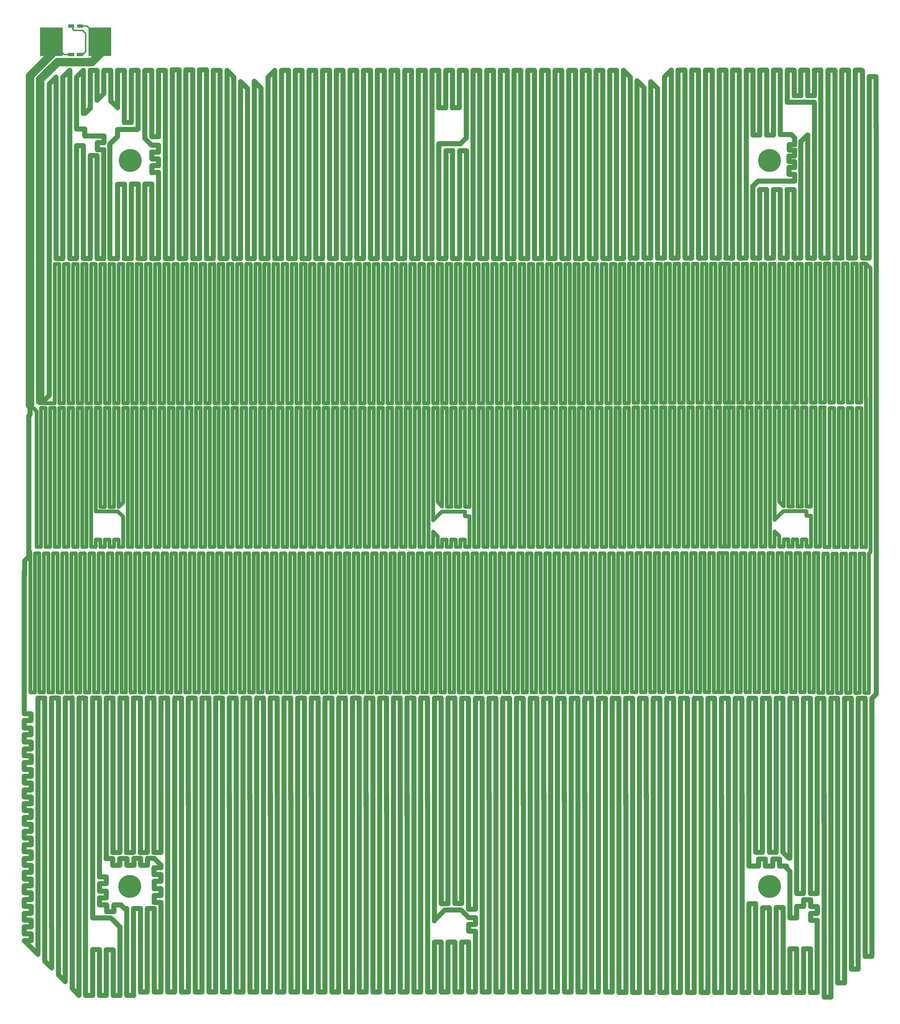
<source format=gbr>
%TF.GenerationSoftware,KiCad,Pcbnew,(6.0.8)*%
%TF.CreationDate,2022-12-24T13:11:46+05:00*%
%TF.ProjectId,Heatbed-MK52,48656174-6265-4642-9d4d-4b35322e6b69,rev?*%
%TF.SameCoordinates,Original*%
%TF.FileFunction,Copper,L1,Top*%
%TF.FilePolarity,Positive*%
%FSLAX46Y46*%
G04 Gerber Fmt 4.6, Leading zero omitted, Abs format (unit mm)*
G04 Created by KiCad (PCBNEW (6.0.8)) date 2022-12-24 13:11:46*
%MOMM*%
%LPD*%
G01*
G04 APERTURE LIST*
%TA.AperFunction,SMDPad,CuDef*%
%ADD10R,2.198880X1.198880*%
%TD*%
%TA.AperFunction,ComponentPad*%
%ADD11R,8.000000X10.000000*%
%TD*%
%TA.AperFunction,SMDPad,CuDef*%
%ADD12R,2.000000X1.300000*%
%TD*%
%TA.AperFunction,SMDPad,CuDef*%
%ADD13C,8.000000*%
%TD*%
%TA.AperFunction,Conductor*%
%ADD14C,0.500000*%
%TD*%
%TA.AperFunction,Conductor*%
%ADD15C,1.820200*%
%TD*%
%TA.AperFunction,Conductor*%
%ADD16C,1.316500*%
%TD*%
%TA.AperFunction,Conductor*%
%ADD17C,3.000000*%
%TD*%
G04 APERTURE END LIST*
D10*
%TO.P,D1,1*%
%TO.N,Net-(D1-Pad1)*%
X23400980Y422525000D03*
%TO.P,D1,2*%
%TO.N,Net-(D1-Pad2)*%
X26399020Y422525000D03*
%TD*%
D11*
%TO.P,VCC,1*%
%TO.N,Net-(D1-Pad1)*%
X33450000Y427025000D03*
%TD*%
%TO.P,GND,1*%
%TO.N,Net-(D1-Pad1)*%
X16450000Y427025000D03*
%TD*%
D12*
%TO.P,R1,1*%
%TO.N,Net-(D1-Pad1)*%
X26550000Y432525000D03*
%TO.P,R1,2*%
%TO.N,Net-(D1-Pad2)*%
X23350000Y432525000D03*
%TD*%
D13*
%TO.P,,4*%
%TO.N,N/C*%
X268625000Y130675000D03*
%TD*%
%TO.P,,3*%
%TO.N,N/C*%
X43975000Y130675000D03*
%TD*%
%TO.P,,2*%
%TO.N,N/C*%
X268625000Y385400000D03*
%TD*%
%TO.P,,1*%
%TO.N,N/C*%
X44125000Y385400000D03*
%TD*%
D14*
%TO.N,Net-(D1-Pad2)*%
X24000000Y431375000D02*
X24000000Y432525000D01*
X28450000Y423525000D02*
X28450000Y430025000D01*
X24350000Y431025000D02*
X24000000Y431375000D01*
X28450000Y430025000D02*
X27450000Y431025000D01*
X27450000Y431025000D02*
X24350000Y431025000D01*
X27450000Y422525000D02*
X25999020Y422525000D01*
X27450000Y422525000D02*
X28450000Y423525000D01*
D15*
%TO.N,Net-(D1-Pad1)*%
X249300000Y93525000D02*
X249300000Y155975000D01*
X274750000Y351125000D02*
X274750000Y375150000D01*
X298750000Y351125000D02*
X296350000Y351125000D01*
X30050000Y417025000D02*
X32450000Y417025000D01*
D16*
X294450000Y249725000D02*
X294450000Y298525000D01*
X217650000Y298625000D02*
X219250000Y298625000D01*
X233650000Y300325000D02*
X235250000Y300325000D01*
X152050000Y298625000D02*
X152050000Y265550000D01*
D15*
X102875000Y196800000D02*
X105275000Y196800000D01*
D16*
X155250000Y252350000D02*
X153650000Y252350000D01*
D15*
X212450000Y417050000D02*
X212450000Y351050000D01*
D16*
X154650000Y198725000D02*
X153050000Y198725000D01*
D15*
X182075000Y196750000D02*
X182075000Y196775000D01*
D16*
X275175000Y298725000D02*
X275175000Y263975000D01*
X298650000Y198625000D02*
X300250000Y198625000D01*
D15*
X66875000Y162050000D02*
X66900000Y162025000D01*
D16*
X33650000Y252350000D02*
X32050000Y252350000D01*
X247450000Y247625000D02*
X247450000Y198825000D01*
X31450000Y198725000D02*
X31450000Y247525000D01*
X143450000Y247525000D02*
X141850000Y247525000D01*
X82650000Y247525000D02*
X81050000Y247525000D01*
X10650000Y198725000D02*
X9050000Y198725000D01*
X286350000Y249925000D02*
X284750000Y249925000D01*
D15*
X155675000Y111225000D02*
X155675000Y93750000D01*
X153275000Y124700000D02*
X155675000Y124700000D01*
X266100000Y93525000D02*
X266100000Y123250000D01*
X23675000Y196825000D02*
X21275000Y196825000D01*
D16*
X161650000Y263875000D02*
X161675000Y263850000D01*
D15*
X262700000Y351150000D02*
X262700000Y376375000D01*
D16*
X172250000Y198725000D02*
X172250000Y247525000D01*
X44250000Y198725000D02*
X44250000Y247525000D01*
X297650000Y298525000D02*
X296050000Y298525000D01*
D15*
X6900000Y178975000D02*
X6900000Y176575000D01*
X298700000Y417100000D02*
X298675000Y417125000D01*
X37375000Y406200000D02*
X39650000Y403925000D01*
X93300000Y155575000D02*
X93300000Y93725000D01*
X83700000Y93725000D02*
X81300000Y93725000D01*
X27650000Y417025000D02*
X25250000Y414625000D01*
D16*
X175450000Y247525000D02*
X173850000Y247525000D01*
X47450000Y247525000D02*
X45850000Y247525000D01*
D15*
X174875000Y159325000D02*
X174900000Y159300000D01*
D16*
X49050000Y198725000D02*
X47450000Y198725000D01*
X34650000Y247525000D02*
X33050000Y247525000D01*
D15*
X54875000Y142650000D02*
X54875000Y196750000D01*
D16*
X164850000Y249825000D02*
X166450000Y249825000D01*
D15*
X52500000Y125125000D02*
X54900000Y125125000D01*
D16*
X45850000Y198725000D02*
X44250000Y198725000D01*
X175450000Y198725000D02*
X175450000Y247525000D01*
D15*
X184475000Y159875000D02*
X184500000Y159850000D01*
X50175000Y140575000D02*
X50175000Y138175000D01*
D17*
X18550000Y419925000D02*
X30550000Y419925000D01*
D15*
X224450000Y351125000D02*
X226850000Y351125000D01*
X36925000Y391175000D02*
X36925000Y351025000D01*
X112475000Y196800000D02*
X112475000Y151400000D01*
X136475000Y156100000D02*
X136500000Y156075000D01*
X165275000Y196775000D02*
X167675000Y196775000D01*
X47775000Y140575000D02*
X45375000Y140575000D01*
D16*
X302400000Y302275000D02*
X302400000Y301225000D01*
X291250000Y249725000D02*
X291250000Y298525000D01*
X44250000Y247525000D02*
X42650000Y247525000D01*
D15*
X114875000Y196800000D02*
X114875000Y156350000D01*
D16*
X242650000Y247625000D02*
X241050000Y247625000D01*
X286350000Y298725000D02*
X286350000Y249925000D01*
D15*
X117300000Y93725000D02*
X114900000Y93725000D01*
X81300000Y93725000D02*
X81300000Y161275000D01*
X49300000Y377075000D02*
X49250000Y377125000D01*
X203700000Y160300000D02*
X203700000Y93725000D01*
X6900000Y240050000D02*
X6900000Y192125000D01*
X281975000Y417100000D02*
X281975000Y408150000D01*
D16*
X280950000Y198825000D02*
X279350000Y198825000D01*
D15*
X246875000Y196775000D02*
X249275000Y196775000D01*
D16*
X283150000Y349125000D02*
X283150000Y300325000D01*
X139250000Y298625000D02*
X137650000Y298625000D01*
D15*
X181250000Y417025000D02*
X181250000Y351025000D01*
X34850000Y417025000D02*
X37250000Y417025000D01*
D16*
X64050000Y249825000D02*
X62450000Y249825000D01*
X105650000Y349025000D02*
X105650000Y300225000D01*
X108250000Y247525000D02*
X106650000Y247525000D01*
X32050000Y262300000D02*
X39725000Y262300000D01*
D15*
X280550000Y126075000D02*
X282950000Y126075000D01*
X251675000Y196775000D02*
X254075000Y196775000D01*
X71700000Y93725000D02*
X71700000Y196775000D01*
X51650000Y377125000D02*
X49250000Y377125000D01*
X6850000Y186325000D02*
X9250000Y186325000D01*
D16*
X178650000Y198725000D02*
X178650000Y247525000D01*
D15*
X54875000Y196825000D02*
X57275000Y196825000D01*
X42850000Y142700000D02*
X42800000Y142650000D01*
D16*
X236250000Y247625000D02*
X234650000Y247625000D01*
D15*
X195625000Y417075000D02*
X193225000Y417075000D01*
X244475000Y196775000D02*
X244500000Y196750000D01*
X213275000Y196775000D02*
X213275000Y159775000D01*
X229250000Y410675000D02*
X229250000Y351125000D01*
X292500000Y96875000D02*
X294900000Y96875000D01*
D16*
X35250000Y349025000D02*
X35250000Y300225000D01*
D15*
X9300000Y166975000D02*
X9300000Y164575000D01*
X51650000Y385975000D02*
X54050000Y385975000D01*
D16*
X151450000Y198725000D02*
X149850000Y198725000D01*
X300250000Y247425000D02*
X301850000Y247425000D01*
D15*
X28350000Y92675000D02*
X28500000Y92525000D01*
X272325000Y375200000D02*
X269925000Y375200000D01*
X6900000Y114125000D02*
X9300000Y114125000D01*
X260350000Y351125000D02*
X257950000Y351125000D01*
X32450000Y387125000D02*
X30050000Y387125000D01*
D16*
X92250000Y247525000D02*
X90650000Y247525000D01*
X195250000Y298625000D02*
X196850000Y298625000D01*
X168050000Y249825000D02*
X169650000Y249825000D01*
X28250000Y247525000D02*
X26650000Y247525000D01*
X32050000Y298625000D02*
X32050000Y262300000D01*
X286350000Y300425000D02*
X286350000Y349225000D01*
X58650000Y247525000D02*
X58650000Y198725000D01*
D15*
X26075000Y196825000D02*
X28475000Y196825000D01*
D16*
X104050000Y349025000D02*
X105650000Y349025000D01*
X199450000Y247525000D02*
X199450000Y198725000D01*
X137650000Y349025000D02*
X137650000Y300225000D01*
D15*
X36925000Y351025000D02*
X39650000Y351025000D01*
X12500000Y301075000D02*
X13700000Y301075000D01*
D16*
X263350000Y247625000D02*
X261750000Y247625000D01*
D15*
X16500000Y102125000D02*
X16500000Y116525000D01*
D16*
X271950000Y253675000D02*
X270350000Y255275000D01*
X94450000Y249825000D02*
X94450000Y298625000D01*
D15*
X220475000Y196775000D02*
X220475000Y160225000D01*
D16*
X196850000Y249825000D02*
X198450000Y249825000D01*
X114650000Y247525000D02*
X113050000Y247525000D01*
D15*
X47775000Y138175000D02*
X47775000Y140575000D01*
D16*
X41050000Y198725000D02*
X41050000Y247525000D01*
X73650000Y298625000D02*
X73650000Y249825000D01*
X30450000Y249825000D02*
X30450000Y298625000D01*
X170650000Y198725000D02*
X169050000Y198725000D01*
X165850000Y247525000D02*
X164250000Y247525000D01*
X253750000Y247625000D02*
X252150000Y247625000D01*
X267150000Y249925000D02*
X265550000Y249925000D01*
D15*
X27625000Y390650000D02*
X25225000Y390650000D01*
X244500000Y93525000D02*
X246900000Y93525000D01*
X172475000Y196775000D02*
X172475000Y161625000D01*
D16*
X33650000Y298625000D02*
X32050000Y298625000D01*
D15*
X249300000Y155975000D02*
X249300000Y163125000D01*
D16*
X189850000Y247525000D02*
X189850000Y198725000D01*
X216050000Y300225000D02*
X216050000Y349025000D01*
X300850000Y249725000D02*
X300850000Y298525000D01*
X165850000Y198725000D02*
X165850000Y247525000D01*
X299250000Y249725000D02*
X297650000Y249725000D01*
X93850000Y198725000D02*
X92250000Y198725000D01*
X270350000Y255275000D02*
X270350000Y249950000D01*
D15*
X50175000Y138175000D02*
X47775000Y138175000D01*
X246900000Y93525000D02*
X246900000Y158100000D01*
X78875000Y196800000D02*
X81275000Y196800000D01*
D16*
X124850000Y298625000D02*
X124850000Y249825000D01*
X123250000Y349025000D02*
X124850000Y349025000D01*
X147250000Y249825000D02*
X145650000Y249825000D01*
X159450000Y247525000D02*
X157850000Y247525000D01*
D15*
X99650000Y417025000D02*
X99650000Y351025000D01*
D16*
X297050000Y198625000D02*
X297050000Y247425000D01*
X302400000Y349225000D02*
X302400000Y302275000D01*
X229850000Y198825000D02*
X229850000Y247625000D01*
D15*
X143675000Y159650000D02*
X143700000Y159625000D01*
X274750000Y417125000D02*
X277150000Y417125000D01*
X186900000Y93725000D02*
X186900000Y158150000D01*
X54050000Y383575000D02*
X51650000Y383575000D01*
D16*
X104050000Y249825000D02*
X104050000Y298625000D01*
X288100000Y349225000D02*
X288100000Y300425000D01*
X16050000Y298625000D02*
X16050000Y249825000D01*
D15*
X285300000Y196700000D02*
X285275000Y196725000D01*
D16*
X263950000Y298725000D02*
X263950000Y249925000D01*
D15*
X63650000Y417175000D02*
X63650000Y351025000D01*
D16*
X56050000Y249825000D02*
X56050000Y298625000D01*
X25650000Y349025000D02*
X25650000Y300225000D01*
D15*
X143675000Y196800000D02*
X141275000Y196800000D01*
D16*
X129650000Y349025000D02*
X131250000Y349025000D01*
D15*
X263700000Y124700000D02*
X261300000Y124700000D01*
D16*
X177650000Y298625000D02*
X177650000Y249825000D01*
D15*
X152450000Y391300000D02*
X152450000Y351025000D01*
D14*
X28950000Y432525000D02*
X33450000Y428025000D01*
D15*
X100475000Y196800000D02*
X100475000Y161150000D01*
X225275000Y161575000D02*
X225300000Y161550000D01*
D16*
X157850000Y198725000D02*
X156250000Y198725000D01*
X300800000Y349225000D02*
X302400000Y349225000D01*
X148850000Y300225000D02*
X148850000Y349025000D01*
X27250000Y249825000D02*
X27250000Y298625000D01*
X169050000Y198725000D02*
X169050000Y247525000D01*
X252850000Y349125000D02*
X252850000Y300325000D01*
D15*
X277450000Y389000000D02*
X275450000Y389000000D01*
X9300000Y133325000D02*
X9300000Y130925000D01*
X122075000Y196800000D02*
X124475000Y196800000D01*
X242075000Y196775000D02*
X242075000Y93550000D01*
X105275000Y161350000D02*
X105300000Y161325000D01*
X243650000Y417125000D02*
X243650000Y351125000D01*
X208500000Y159400000D02*
X208500000Y93725000D01*
D16*
X127450000Y247525000D02*
X125850000Y247525000D01*
X51250000Y298625000D02*
X51250000Y249825000D01*
X35250000Y252350000D02*
X35250000Y249825000D01*
X212250000Y198725000D02*
X210650000Y198725000D01*
X257550000Y249925000D02*
X255950000Y249925000D01*
X60250000Y247525000D02*
X58650000Y247525000D01*
D15*
X285300000Y118850000D02*
X285325000Y118875000D01*
X272100000Y140325000D02*
X272100000Y137925000D01*
X114875000Y156350000D02*
X114900000Y156325000D01*
D16*
X43250000Y249825000D02*
X43250000Y298625000D01*
X202650000Y247525000D02*
X202650000Y198725000D01*
D15*
X98100000Y158500000D02*
X98100000Y93725000D01*
X275450000Y391000000D02*
X275450000Y389000000D01*
D16*
X204250000Y198725000D02*
X204250000Y247525000D01*
D15*
X277200000Y408125000D02*
X277200000Y417075000D01*
X78900000Y163325000D02*
X78900000Y158625000D01*
X285275000Y196725000D02*
X285275000Y128275000D01*
X75650000Y351025000D02*
X78050000Y351025000D01*
D16*
X204850000Y249825000D02*
X204850000Y298625000D01*
X27250000Y298625000D02*
X25650000Y298625000D01*
X259150000Y300325000D02*
X259150000Y349125000D01*
D15*
X289150000Y351125000D02*
X286750000Y351125000D01*
X262750000Y417125000D02*
X262750000Y394325000D01*
X281950000Y417125000D02*
X281975000Y417100000D01*
X138050000Y417025000D02*
X138050000Y351025000D01*
D16*
X299250000Y298525000D02*
X299250000Y249725000D01*
D15*
X7050000Y240200000D02*
X6900000Y240050000D01*
X270875000Y142675000D02*
X268475000Y142675000D01*
D16*
X291200000Y349225000D02*
X292800000Y349225000D01*
D15*
X279550000Y392025000D02*
X279550000Y383950000D01*
X272100000Y137925000D02*
X274500000Y137925000D01*
D16*
X116850000Y298625000D02*
X115250000Y298625000D01*
D15*
X90875000Y196800000D02*
X90875000Y159200000D01*
X206075000Y196775000D02*
X206075000Y161250000D01*
D16*
X283150000Y300325000D02*
X284750000Y300325000D01*
D15*
X246900000Y158100000D02*
X246900000Y163125000D01*
D16*
X54450000Y300225000D02*
X56050000Y300225000D01*
D15*
X6900000Y133325000D02*
X9300000Y133325000D01*
D16*
X150450000Y249825000D02*
X148850000Y249825000D01*
D15*
X33300000Y108500000D02*
X33300000Y92525000D01*
X80450000Y414625000D02*
X80450000Y351025000D01*
D16*
X222450000Y300325000D02*
X222450000Y349125000D01*
X156250000Y198725000D02*
X156250000Y247525000D01*
D15*
X258900000Y153525000D02*
X258900000Y163125000D01*
D16*
X40050000Y252350000D02*
X38450000Y252350000D01*
X232050000Y300325000D02*
X232050000Y349125000D01*
D15*
X174900000Y93725000D02*
X172500000Y93725000D01*
X148500000Y160425000D02*
X148500000Y163325000D01*
X61200000Y417200000D02*
X58800000Y417200000D01*
D16*
X221850000Y198825000D02*
X220250000Y198825000D01*
X30450000Y300225000D02*
X30450000Y349025000D01*
X152050000Y253550000D02*
X150450000Y255150000D01*
X281575000Y262325000D02*
X273425000Y262325000D01*
X177050000Y247525000D02*
X177050000Y198725000D01*
D15*
X40500000Y116525000D02*
X37300000Y119725000D01*
X279550000Y417125000D02*
X279550000Y408175000D01*
X230075000Y144025000D02*
X230100000Y144000000D01*
D16*
X210650000Y198725000D02*
X210650000Y247525000D01*
D15*
X152450000Y417025000D02*
X152450000Y403950000D01*
X33275000Y126700000D02*
X33275000Y124300000D01*
X284350000Y405725000D02*
X284350000Y351125000D01*
D16*
X283150000Y264000000D02*
X283150000Y298750000D01*
X127450000Y198725000D02*
X127450000Y247525000D01*
D15*
X198900000Y93725000D02*
X196500000Y93725000D01*
X280475000Y196725000D02*
X282875000Y196725000D01*
D16*
X37850000Y247525000D02*
X36250000Y247525000D01*
X168050000Y300225000D02*
X168050000Y349025000D01*
D15*
X32450000Y351025000D02*
X34850000Y351025000D01*
D16*
X180250000Y247525000D02*
X180250000Y198725000D01*
X48050000Y298625000D02*
X48050000Y249825000D01*
D15*
X154975000Y388825000D02*
X157375000Y388825000D01*
D16*
X94450000Y300225000D02*
X94450000Y349025000D01*
D15*
X165300000Y93725000D02*
X165300000Y115025000D01*
D16*
X152050000Y265550000D02*
X153650000Y263950000D01*
X194650000Y247525000D02*
X193050000Y247525000D01*
X94450000Y349025000D02*
X96050000Y349025000D01*
D15*
X104450000Y417025000D02*
X104450000Y351025000D01*
D16*
X89650000Y249825000D02*
X88050000Y249825000D01*
X289050000Y247425000D02*
X289050000Y198625000D01*
X78450000Y249825000D02*
X78450000Y298625000D01*
X108850000Y249825000D02*
X107250000Y249825000D01*
D15*
X167675000Y196775000D02*
X167675000Y160950000D01*
D16*
X46450000Y300225000D02*
X46450000Y349025000D01*
D15*
X146100000Y160175000D02*
X146100000Y93725000D01*
D16*
X119450000Y198725000D02*
X117850000Y198725000D01*
X167450000Y247525000D02*
X167450000Y198725000D01*
X210650000Y247525000D02*
X209050000Y247525000D01*
D15*
X152375000Y403875000D02*
X154775000Y403875000D01*
D16*
X179250000Y349025000D02*
X179250000Y300225000D01*
X248050000Y249925000D02*
X248050000Y298725000D01*
D15*
X86050000Y196800000D02*
X86075000Y196775000D01*
D16*
X68250000Y247525000D02*
X68250000Y198725000D01*
D15*
X52475000Y196825000D02*
X52475000Y142650000D01*
X9300000Y123725000D02*
X9300000Y121325000D01*
X102875000Y196800000D02*
X102875000Y161275000D01*
X150875000Y196800000D02*
X153275000Y196800000D01*
X267100000Y140325000D02*
X264700000Y140325000D01*
X230100000Y144000000D02*
X230100000Y153050000D01*
D16*
X182450000Y298625000D02*
X184050000Y298625000D01*
D15*
X169250000Y351025000D02*
X169250000Y417025000D01*
X50100000Y93725000D02*
X47700000Y93725000D01*
D16*
X60850000Y349025000D02*
X60850000Y300225000D01*
D15*
X189300000Y93725000D02*
X186900000Y93725000D01*
D16*
X254350000Y300325000D02*
X255950000Y300325000D01*
X36850000Y349025000D02*
X38450000Y349025000D01*
X66650000Y198725000D02*
X66650000Y247525000D01*
D15*
X45375000Y138150000D02*
X42975000Y138150000D01*
X153275000Y93750000D02*
X153300000Y93725000D01*
D16*
X50650000Y198725000D02*
X50650000Y247525000D01*
X270350000Y249925000D02*
X268750000Y249925000D01*
D15*
X206100000Y161225000D02*
X206100000Y163325000D01*
D16*
X113650000Y300225000D02*
X113650000Y349025000D01*
D15*
X198875000Y196775000D02*
X198875000Y159700000D01*
X128450000Y417025000D02*
X128450000Y351025000D01*
D16*
X259150000Y249925000D02*
X259150000Y298725000D01*
D15*
X54900000Y129925000D02*
X54900000Y127525000D01*
X279550000Y417125000D02*
X281950000Y417125000D01*
D16*
X292800000Y300425000D02*
X294400000Y300425000D01*
D15*
X165300000Y93725000D02*
X162900000Y93725000D01*
X203675000Y196775000D02*
X206075000Y196775000D01*
D16*
X35250000Y249825000D02*
X33650000Y249825000D01*
X128050000Y298625000D02*
X128050000Y249825000D01*
D15*
X262725000Y351125000D02*
X262700000Y351150000D01*
X298675000Y351200000D02*
X298750000Y351125000D01*
D16*
X188850000Y349025000D02*
X188850000Y300225000D01*
X264950000Y247625000D02*
X264950000Y198825000D01*
X281550000Y252475000D02*
X279950000Y252475000D01*
X243250000Y249925000D02*
X241650000Y249925000D01*
D15*
X277400000Y383000000D02*
X275400000Y383000000D01*
X6900000Y142925000D02*
X9300000Y142925000D01*
D16*
X17650000Y298625000D02*
X16050000Y298625000D01*
D15*
X241250000Y417125000D02*
X243650000Y417125000D01*
X200425000Y417075000D02*
X198025000Y417075000D01*
D16*
X265550000Y300325000D02*
X265550000Y349125000D01*
D15*
X280475000Y128300000D02*
X280450000Y128275000D01*
D16*
X10650000Y247525000D02*
X10650000Y198725000D01*
X118450000Y300225000D02*
X120050000Y300225000D01*
X17050000Y247525000D02*
X17050000Y198725000D01*
X163250000Y349025000D02*
X163250000Y300225000D01*
D15*
X182050000Y196775000D02*
X182075000Y196750000D01*
D16*
X136050000Y298625000D02*
X134450000Y298625000D01*
X204850000Y298625000D02*
X206450000Y298625000D01*
D15*
X302075000Y196725000D02*
X302075000Y106275000D01*
D16*
X144050000Y298625000D02*
X144050000Y249825000D01*
D15*
X34850000Y408900000D02*
X34850000Y417025000D01*
X93300000Y155575000D02*
X93275000Y155600000D01*
X269975000Y417100000D02*
X269975000Y394350000D01*
D16*
X224050000Y300325000D02*
X225650000Y300325000D01*
X94450000Y298625000D02*
X92850000Y298625000D01*
X287450000Y247425000D02*
X289050000Y247425000D01*
D15*
X220475000Y160225000D02*
X220500000Y160200000D01*
D16*
X230450000Y298725000D02*
X230450000Y249925000D01*
X47450000Y198725000D02*
X47450000Y247525000D01*
X220850000Y349125000D02*
X220850000Y300325000D01*
D15*
X74075000Y160475000D02*
X74100000Y160450000D01*
D16*
X171250000Y298625000D02*
X171250000Y249825000D01*
X302450000Y298525000D02*
X302450000Y298025000D01*
D15*
X106850000Y417025000D02*
X109250000Y417025000D01*
D16*
X30450000Y298625000D02*
X28850000Y298625000D01*
D15*
X87650000Y351025000D02*
X87650000Y413200000D01*
X236450000Y417125000D02*
X238850000Y417125000D01*
D16*
X224050000Y249925000D02*
X222450000Y249925000D01*
D15*
X296300000Y351175000D02*
X296300000Y417100000D01*
D16*
X219250000Y349125000D02*
X220850000Y349125000D01*
X273550000Y264075000D02*
X273550000Y298750000D01*
X155250000Y349025000D02*
X156850000Y349025000D01*
D15*
X147650000Y351025000D02*
X150050000Y351025000D01*
D16*
X69850000Y247525000D02*
X68250000Y247525000D01*
X265550000Y298725000D02*
X263950000Y298725000D01*
X190450000Y349025000D02*
X192050000Y349025000D01*
X109850000Y198725000D02*
X108250000Y198725000D01*
D15*
X40375000Y140550000D02*
X40375000Y138150000D01*
X133250000Y417025000D02*
X133250000Y351025000D01*
X172500000Y93725000D02*
X172500000Y161600000D01*
D16*
X217050000Y247525000D02*
X215450000Y247525000D01*
D15*
X38400000Y124250000D02*
X38400000Y121850000D01*
D16*
X276750000Y249925000D02*
X275150000Y249925000D01*
X161650000Y300225000D02*
X161650000Y349025000D01*
X132250000Y247500000D02*
X132250000Y198700000D01*
D15*
X148500000Y93725000D02*
X148500000Y160425000D01*
D16*
X225650000Y249925000D02*
X225650000Y298725000D01*
D15*
X34925000Y389200000D02*
X32525000Y389200000D01*
D16*
X152050000Y349025000D02*
X153650000Y349025000D01*
D15*
X86075000Y161200000D02*
X86100000Y161175000D01*
X170100000Y161125000D02*
X170100000Y93725000D01*
D16*
X168050000Y349025000D02*
X169650000Y349025000D01*
X174450000Y249825000D02*
X176050000Y249825000D01*
D15*
X150900000Y163325000D02*
X150900000Y156850000D01*
X152450000Y351025000D02*
X154850000Y351025000D01*
X237275000Y93550000D02*
X237300000Y93525000D01*
D16*
X274550000Y198825000D02*
X272950000Y198825000D01*
D15*
X214850000Y417050000D02*
X212450000Y417050000D01*
X159650000Y403950000D02*
X159650000Y417025000D01*
X141275000Y196800000D02*
X141275000Y155475000D01*
D16*
X32050000Y249825000D02*
X30450000Y249825000D01*
X291200000Y300425000D02*
X291200000Y349225000D01*
D15*
X145250000Y417025000D02*
X147650000Y417025000D01*
D16*
X107250000Y300225000D02*
X107250000Y349025000D01*
X295450000Y247425000D02*
X295450000Y198625000D01*
X102450000Y249825000D02*
X100850000Y249825000D01*
X104050000Y300225000D02*
X104050000Y349025000D01*
X241650000Y298725000D02*
X240050000Y298725000D01*
D15*
X284375000Y408150000D02*
X284375000Y417100000D01*
X6900000Y150125000D02*
X6900000Y147725000D01*
X95700000Y157625000D02*
X95700000Y163325000D01*
X215675000Y160700000D02*
X215700000Y160675000D01*
D16*
X180850000Y349025000D02*
X182450000Y349025000D01*
X116850000Y249825000D02*
X116850000Y298625000D01*
D15*
X9300000Y150125000D02*
X6900000Y150125000D01*
D16*
X42650000Y247525000D02*
X42650000Y198725000D01*
D15*
X193225000Y417075000D02*
X193225000Y351075000D01*
X214850000Y351050000D02*
X214850000Y417050000D01*
X262750000Y351150000D02*
X262725000Y351125000D01*
X279550000Y351125000D02*
X277150000Y351125000D01*
X33275000Y196825000D02*
X33275000Y134100000D01*
X30900000Y108625000D02*
X33175000Y108625000D01*
D16*
X273550000Y349125000D02*
X273550000Y300325000D01*
X144050000Y349025000D02*
X144050000Y300225000D01*
D15*
X54025000Y388375000D02*
X54025000Y390775000D01*
D17*
X8950000Y415125000D02*
X16450000Y422625000D01*
D15*
X213300000Y93725000D02*
X213300000Y159750000D01*
X278075000Y123700000D02*
X278100000Y123725000D01*
X6900000Y118925000D02*
X9300000Y118925000D01*
X281875000Y394350000D02*
X279550000Y392025000D01*
X97250000Y417025000D02*
X99650000Y417025000D01*
D16*
X206450000Y298625000D02*
X206450000Y249825000D01*
D15*
X42050000Y417025000D02*
X42050000Y398725000D01*
X178850000Y351025000D02*
X178850000Y417025000D01*
X234050000Y417125000D02*
X234050000Y351125000D01*
X277200000Y408125000D02*
X279600000Y408125000D01*
D16*
X176050000Y349025000D02*
X176050000Y300225000D01*
D15*
X64500000Y159450000D02*
X64500000Y93725000D01*
D16*
X67250000Y298625000D02*
X67250000Y249825000D01*
D15*
X194075000Y196775000D02*
X194075000Y158800000D01*
D16*
X276775000Y263975000D02*
X276750000Y264000000D01*
X75250000Y298625000D02*
X73650000Y298625000D01*
X59250000Y349025000D02*
X60850000Y349025000D01*
D15*
X68425000Y417225000D02*
X70825000Y417225000D01*
X81275000Y196800000D02*
X81275000Y161300000D01*
X46900000Y351075000D02*
X46850000Y351025000D01*
D16*
X73050000Y247525000D02*
X71450000Y247525000D01*
D15*
X39650000Y403925000D02*
X39650000Y417025000D01*
D16*
X120050000Y249825000D02*
X120050000Y298625000D01*
X178650000Y247525000D02*
X177050000Y247525000D01*
X150450000Y300225000D02*
X152050000Y300225000D01*
D15*
X118850000Y417025000D02*
X118850000Y351025000D01*
D16*
X54450000Y298625000D02*
X54450000Y249825000D01*
D15*
X218100000Y93525000D02*
X215700000Y93525000D01*
X9300000Y111725000D02*
X6900000Y111725000D01*
D16*
X164850000Y300225000D02*
X164850000Y349025000D01*
D15*
X13700000Y301075000D02*
X15650000Y303025000D01*
D16*
X140250000Y247525000D02*
X138650000Y247525000D01*
X39725000Y262300000D02*
X41650000Y260375000D01*
X287850000Y298525000D02*
X287850000Y249725000D01*
D15*
X138850000Y156275000D02*
X138900000Y156225000D01*
D16*
X241650000Y349125000D02*
X243250000Y349125000D01*
X262350000Y349125000D02*
X263950000Y349125000D01*
X270350000Y349125000D02*
X270350000Y300325000D01*
X119450000Y247525000D02*
X119450000Y198725000D01*
X20850000Y249825000D02*
X20850000Y298625000D01*
X62450000Y298625000D02*
X60850000Y298625000D01*
D15*
X9300000Y154925000D02*
X6900000Y154925000D01*
D16*
X139250000Y300225000D02*
X139250000Y349025000D01*
D15*
X128450000Y351025000D02*
X130850000Y351025000D01*
D16*
X273425000Y262325000D02*
X270400000Y259300000D01*
X92850000Y349025000D02*
X92850000Y300225000D01*
X156875000Y263850000D02*
X156850000Y263875000D01*
X29850000Y247525000D02*
X29850000Y198725000D01*
D15*
X267550000Y394325000D02*
X267525000Y394350000D01*
X277400000Y387000000D02*
X275400000Y387000000D01*
D16*
X70450000Y349025000D02*
X70450000Y300225000D01*
D15*
X98100000Y93725000D02*
X95700000Y93725000D01*
X246050000Y351125000D02*
X246050000Y417125000D01*
D16*
X147250000Y349025000D02*
X147250000Y300225000D01*
X53850000Y198725000D02*
X53850000Y247525000D01*
X106650000Y247525000D02*
X106650000Y198725000D01*
X287950000Y298725000D02*
X286350000Y298725000D01*
X169050000Y247525000D02*
X167450000Y247525000D01*
D15*
X47675000Y123000000D02*
X45275000Y123000000D01*
D16*
X149850000Y247525000D02*
X148250000Y247525000D01*
D15*
X249275000Y196750000D02*
X249275000Y156000000D01*
X265125000Y351125000D02*
X265125000Y375200000D01*
D16*
X227250000Y300325000D02*
X228850000Y300325000D01*
X230450000Y249925000D02*
X228850000Y249925000D01*
X25650000Y298625000D02*
X25650000Y249825000D01*
X48050000Y249825000D02*
X46450000Y249825000D01*
X223450000Y198825000D02*
X223450000Y247625000D01*
D15*
X44450000Y377075000D02*
X44500000Y377125000D01*
X179675000Y196775000D02*
X182050000Y196775000D01*
D16*
X193050000Y247525000D02*
X193050000Y198725000D01*
D15*
X93275000Y196800000D02*
X95675000Y196800000D01*
X37975000Y142650000D02*
X40375000Y142650000D01*
D16*
X217050000Y198725000D02*
X217050000Y247525000D01*
X148850000Y349025000D02*
X150450000Y349025000D01*
D15*
X141275000Y155475000D02*
X141300000Y155450000D01*
D16*
X268150000Y198825000D02*
X266550000Y198825000D01*
X132850000Y298625000D02*
X131250000Y298625000D01*
X198450000Y249825000D02*
X198450000Y298625000D01*
D15*
X222900000Y93525000D02*
X220500000Y93525000D01*
X160275000Y122450000D02*
X154550000Y122450000D01*
X6900000Y135725000D02*
X6900000Y133325000D01*
X174875000Y196775000D02*
X174875000Y159325000D01*
D16*
X290650000Y247425000D02*
X292250000Y247425000D01*
D15*
X275425000Y391000000D02*
X277425000Y391000000D01*
D16*
X131250000Y298625000D02*
X131250000Y249825000D01*
D15*
X6900000Y157325000D02*
X9300000Y157325000D01*
X287700000Y91900000D02*
X290100000Y91900000D01*
D16*
X257550000Y349125000D02*
X257550000Y300325000D01*
X102450000Y298625000D02*
X102450000Y249825000D01*
X198450000Y300225000D02*
X200050000Y300225000D01*
D15*
X289100000Y417100000D02*
X289075000Y417125000D01*
X169250000Y417025000D02*
X171650000Y417025000D01*
D16*
X276750000Y264000000D02*
X276750000Y298750000D01*
X84850000Y249825000D02*
X84850000Y298625000D01*
X187250000Y349025000D02*
X188850000Y349025000D01*
X259150000Y349125000D02*
X260750000Y349125000D01*
X48050000Y300225000D02*
X49650000Y300225000D01*
D15*
X269950000Y394325000D02*
X267550000Y394325000D01*
X160500000Y93725000D02*
X160500000Y111225000D01*
D16*
X209650000Y298625000D02*
X209650000Y249825000D01*
X12250000Y198725000D02*
X12250000Y247525000D01*
X113050000Y247525000D02*
X113050000Y198725000D01*
D15*
X273300000Y123300000D02*
X270900000Y123300000D01*
D16*
X148250000Y198725000D02*
X146650000Y198725000D01*
D15*
X54875000Y137325000D02*
X52475000Y137325000D01*
D16*
X275150000Y298750000D02*
X275175000Y298725000D01*
D15*
X281950000Y351125000D02*
X281950000Y394350000D01*
D16*
X123250000Y249825000D02*
X123250000Y298625000D01*
D15*
X102900000Y163325000D02*
X102900000Y161250000D01*
X54050000Y385975000D02*
X54050000Y383575000D01*
D16*
X115250000Y300225000D02*
X116850000Y300225000D01*
D15*
X162925000Y115000000D02*
X162925000Y117400000D01*
D16*
X185650000Y298625000D02*
X187250000Y298625000D01*
D15*
X54900000Y132525000D02*
X52500000Y132525000D01*
D16*
X41650000Y265425000D02*
X40050000Y263825000D01*
X203250000Y300225000D02*
X203250000Y349025000D01*
D17*
X12500000Y301075000D02*
X12500000Y413875000D01*
D16*
X38450000Y249825000D02*
X36850000Y249825000D01*
D15*
X165275000Y196775000D02*
X165275000Y122725000D01*
X166850000Y417025000D02*
X166850000Y351025000D01*
X6900000Y145325000D02*
X6900000Y142925000D01*
X7050000Y245025000D02*
X8450000Y246425000D01*
X30050000Y351025000D02*
X30050000Y387100000D01*
X232475000Y93550000D02*
X232500000Y93525000D01*
X122100000Y161725000D02*
X122100000Y93725000D01*
D16*
X235250000Y300325000D02*
X235250000Y349125000D01*
D15*
X170075000Y196775000D02*
X170075000Y161150000D01*
D16*
X193650000Y300225000D02*
X193650000Y349025000D01*
X58650000Y198725000D02*
X57050000Y198725000D01*
X118450000Y249825000D02*
X116850000Y249825000D01*
X63450000Y247525000D02*
X61850000Y247525000D01*
X59250000Y298625000D02*
X57650000Y298625000D01*
D15*
X150875000Y111225000D02*
X150875000Y93750000D01*
X215700000Y93725000D02*
X215700000Y160675000D01*
D16*
X206450000Y300225000D02*
X206450000Y349025000D01*
X227250000Y349125000D02*
X227250000Y300325000D01*
X281575000Y260725000D02*
X281575000Y262325000D01*
D15*
X52475000Y142650000D02*
X54875000Y142650000D01*
D16*
X260150000Y247625000D02*
X258550000Y247625000D01*
X107250000Y349025000D02*
X108850000Y349025000D01*
X293850000Y247425000D02*
X295450000Y247425000D01*
D15*
X54050000Y417025000D02*
X54025000Y417050000D01*
D16*
X132850000Y300225000D02*
X132850000Y349025000D01*
D15*
X305950000Y396675000D02*
X305975000Y396650000D01*
X198900000Y163325000D02*
X198900000Y159675000D01*
D16*
X124250000Y198725000D02*
X124250000Y247525000D01*
D15*
X210900000Y196750000D02*
X210900000Y93725000D01*
X280500000Y123725000D02*
X278100000Y123725000D01*
D16*
X214450000Y249825000D02*
X214450000Y298625000D01*
X182450000Y300225000D02*
X184050000Y300225000D01*
D15*
X88475000Y196800000D02*
X88475000Y160625000D01*
X302075000Y106275000D02*
X302100000Y106250000D01*
X83700000Y159975000D02*
X83675000Y160000000D01*
X298675000Y417125000D02*
X298675000Y351200000D01*
D16*
X89050000Y198725000D02*
X89050000Y247525000D01*
X292250000Y247425000D02*
X292250000Y198625000D01*
D15*
X150875000Y93750000D02*
X150900000Y93725000D01*
D16*
X176050000Y298625000D02*
X177650000Y298625000D01*
D15*
X217250000Y351025000D02*
X214850000Y351025000D01*
D16*
X84250000Y247525000D02*
X84250000Y198725000D01*
X155275000Y263850000D02*
X156875000Y263850000D01*
D15*
X285300000Y93525000D02*
X285300000Y118850000D01*
D16*
X89050000Y247525000D02*
X87450000Y247525000D01*
X79450000Y247525000D02*
X77850000Y247525000D01*
D15*
X93300000Y93725000D02*
X90900000Y93725000D01*
X27650000Y351025000D02*
X27650000Y390625000D01*
X102050000Y417025000D02*
X104450000Y417025000D01*
D16*
X260750000Y300325000D02*
X262350000Y300325000D01*
X158450000Y249825000D02*
X158450000Y252350000D01*
X302450000Y298025000D02*
X302450000Y249725000D01*
D15*
X275675000Y119700000D02*
X278075000Y119700000D01*
D16*
X194650000Y198725000D02*
X194650000Y247525000D01*
D15*
X191675000Y196775000D02*
X191675000Y156175000D01*
X16475000Y196825000D02*
X18875000Y196825000D01*
D16*
X225650000Y349125000D02*
X227250000Y349125000D01*
X147250000Y300225000D02*
X148850000Y300225000D01*
X88050000Y300225000D02*
X88050000Y349025000D01*
X209050000Y247525000D02*
X209050000Y198725000D01*
D15*
X78875000Y196800000D02*
X78875000Y158650000D01*
D16*
X275150000Y349125000D02*
X276750000Y349125000D01*
D15*
X9300000Y135725000D02*
X6900000Y135725000D01*
D16*
X200050000Y298625000D02*
X200050000Y249825000D01*
D15*
X33275000Y131700000D02*
X33275000Y129300000D01*
D16*
X156850000Y349025000D02*
X156850000Y300225000D01*
X71450000Y247525000D02*
X71450000Y198725000D01*
X227250000Y298725000D02*
X227250000Y249925000D01*
X289600000Y300425000D02*
X291200000Y300425000D01*
D15*
X51625000Y388375000D02*
X54025000Y388375000D01*
D16*
X243250000Y349125000D02*
X243250000Y300325000D01*
X184050000Y349025000D02*
X185650000Y349025000D01*
D15*
X42100000Y351075000D02*
X42050000Y351025000D01*
D16*
X236850000Y300325000D02*
X238450000Y300325000D01*
D15*
X40800000Y124250000D02*
X38400000Y124250000D01*
D16*
X282550000Y198825000D02*
X282550000Y247625000D01*
X76250000Y247525000D02*
X74650000Y247525000D01*
X161050000Y247525000D02*
X161050000Y198725000D01*
X164250000Y198725000D02*
X162650000Y198725000D01*
X277750000Y247625000D02*
X277750000Y198825000D01*
D15*
X54900000Y196775000D02*
X54875000Y196800000D01*
X154850000Y351025000D02*
X154975000Y351150000D01*
X64500000Y93725000D02*
X62100000Y93725000D01*
D16*
X183450000Y198725000D02*
X181850000Y198725000D01*
X281550000Y249950000D02*
X281550000Y252475000D01*
D15*
X27650000Y390625000D02*
X27625000Y390650000D01*
D16*
X100250000Y198725000D02*
X98650000Y198725000D01*
X135450000Y247525000D02*
X135450000Y198725000D01*
X200050000Y300225000D02*
X200050000Y349025000D01*
D15*
X93275000Y155600000D02*
X93275000Y196800000D01*
X136500000Y93725000D02*
X136500000Y156075000D01*
X87650000Y413200000D02*
X90050000Y410800000D01*
D16*
X145650000Y298625000D02*
X144050000Y298625000D01*
X65650000Y349025000D02*
X67250000Y349025000D01*
X125850000Y198725000D02*
X124250000Y198725000D01*
X217650000Y249825000D02*
X217650000Y298625000D01*
X153650000Y252350000D02*
X153650000Y249825000D01*
X193650000Y298625000D02*
X193650000Y249825000D01*
D15*
X159575000Y403875000D02*
X159650000Y403950000D01*
D16*
X191450000Y247525000D02*
X189850000Y247525000D01*
X42650000Y198725000D02*
X41050000Y198725000D01*
X150450000Y298625000D02*
X152050000Y298625000D01*
X134450000Y298625000D02*
X134450000Y249825000D01*
D15*
X30900000Y92525000D02*
X30900000Y108625000D01*
D16*
X121650000Y349025000D02*
X121650000Y300225000D01*
X144050000Y249825000D02*
X142450000Y249825000D01*
X201650000Y300225000D02*
X203250000Y300225000D01*
D15*
X114050000Y417025000D02*
X114050000Y351025000D01*
D16*
X276150000Y247625000D02*
X274550000Y247625000D01*
X161650000Y298625000D02*
X161650000Y263875000D01*
D15*
X237300000Y93525000D02*
X234900000Y93525000D01*
D16*
X78450000Y300225000D02*
X78450000Y349025000D01*
D15*
X226850000Y413075000D02*
X229250000Y410675000D01*
D16*
X112050000Y298625000D02*
X112050000Y249825000D01*
D15*
X162050000Y417025000D02*
X162050000Y393300000D01*
X78050000Y351025000D02*
X78050000Y417025000D01*
D16*
X303450000Y198625000D02*
X303450000Y247450000D01*
X156250000Y247525000D02*
X154650000Y247525000D01*
D15*
X23700000Y94925000D02*
X26075000Y92550000D01*
X264700000Y140325000D02*
X264700000Y137925000D01*
X242075000Y93550000D02*
X242100000Y93525000D01*
X222875000Y160600000D02*
X222900000Y160575000D01*
D16*
X161650000Y249825000D02*
X161650000Y252350000D01*
X196850000Y298625000D02*
X196850000Y249825000D01*
X109850000Y247525000D02*
X109850000Y198725000D01*
D15*
X215675000Y196775000D02*
X213275000Y196775000D01*
D16*
X107250000Y298625000D02*
X105650000Y298625000D01*
D15*
X130850000Y417025000D02*
X133250000Y417025000D01*
D16*
X138650000Y198725000D02*
X137050000Y198725000D01*
X20250000Y247550000D02*
X20250000Y198725000D01*
X235250000Y349125000D02*
X236850000Y349125000D01*
X261750000Y247625000D02*
X261750000Y198825000D01*
D15*
X99650000Y351025000D02*
X102050000Y351025000D01*
X6900000Y174175000D02*
X6900000Y171775000D01*
D16*
X22450000Y298625000D02*
X22450000Y249825000D01*
X80050000Y300225000D02*
X81650000Y300225000D01*
D15*
X9300000Y147725000D02*
X9300000Y145325000D01*
X251700000Y163125000D02*
X251700000Y158700000D01*
X18900000Y99725000D02*
X21300000Y97325000D01*
D16*
X36850000Y263825000D02*
X36850000Y298625000D01*
D15*
X45375000Y140550000D02*
X45375000Y138150000D01*
D16*
X128050000Y249825000D02*
X126450000Y249825000D01*
D15*
X27650000Y404675000D02*
X27650000Y401925000D01*
X39650000Y351025000D02*
X39650000Y377050000D01*
X69300000Y163325000D02*
X69300000Y160975000D01*
X260350000Y417125000D02*
X260350000Y351125000D01*
D16*
X278350000Y300325000D02*
X278350000Y349125000D01*
X169650000Y249825000D02*
X169650000Y298625000D01*
D15*
X146075000Y196800000D02*
X146075000Y160200000D01*
D16*
X279950000Y300325000D02*
X281550000Y300325000D01*
D15*
X268500000Y123250000D02*
X266100000Y123250000D01*
X46900000Y377125000D02*
X46900000Y351075000D01*
X256475000Y196750000D02*
X258875000Y196750000D01*
D16*
X68850000Y249825000D02*
X68850000Y298625000D01*
D15*
X54050000Y351025000D02*
X54050000Y381200000D01*
X261275000Y196750000D02*
X263675000Y196750000D01*
X270875000Y142675000D02*
X270875000Y196750000D01*
D16*
X95450000Y247525000D02*
X93850000Y247525000D01*
X32050000Y300225000D02*
X33650000Y300225000D01*
D15*
X157375000Y388825000D02*
X157250000Y388700000D01*
X278100000Y108825000D02*
X275700000Y108825000D01*
D16*
X44850000Y298625000D02*
X44850000Y249825000D01*
X57650000Y249825000D02*
X56050000Y249825000D01*
X279950000Y252475000D02*
X279950000Y249950000D01*
X150500000Y259175000D02*
X150450000Y259225000D01*
X46450000Y249825000D02*
X46450000Y298625000D01*
X93850000Y247525000D02*
X93850000Y198725000D01*
D15*
X273275000Y196750000D02*
X270875000Y196750000D01*
X57300000Y196800000D02*
X57300000Y93725000D01*
X98075000Y196800000D02*
X98075000Y158525000D01*
D16*
X12500000Y301075000D02*
X13350000Y300225000D01*
X204850000Y349025000D02*
X204850000Y300225000D01*
D15*
X155700000Y93725000D02*
X153300000Y93725000D01*
D16*
X28850000Y300225000D02*
X30450000Y300225000D01*
D15*
X92450000Y351025000D02*
X92450000Y414625000D01*
X227675000Y196775000D02*
X227675000Y160575000D01*
X30050000Y403750000D02*
X28225000Y401925000D01*
X154775000Y403875000D02*
X154850000Y403950000D01*
X254100000Y93525000D02*
X254100000Y159525000D01*
D16*
X275150000Y252475000D02*
X273550000Y252475000D01*
X294450000Y298525000D02*
X292850000Y298525000D01*
D15*
X35675000Y129100000D02*
X35675000Y126700000D01*
D16*
X52850000Y298625000D02*
X51250000Y298625000D01*
X156850000Y300225000D02*
X158450000Y300225000D01*
X124250000Y247525000D02*
X122650000Y247525000D01*
D15*
X50025000Y196725000D02*
X50100000Y196800000D01*
X37975000Y138150000D02*
X37975000Y140550000D01*
X150900000Y93725000D02*
X148500000Y93725000D01*
X82850000Y413050000D02*
X85250000Y410650000D01*
X184475000Y196775000D02*
X186875000Y196775000D01*
D16*
X180850000Y300225000D02*
X180850000Y349025000D01*
D15*
X160475000Y196775000D02*
X162875000Y196775000D01*
D16*
X116850000Y300225000D02*
X116850000Y349025000D01*
X36250000Y247525000D02*
X36250000Y198725000D01*
X184050000Y298625000D02*
X184050000Y249825000D01*
D15*
X39650000Y417025000D02*
X42050000Y417025000D01*
D16*
X49650000Y249825000D02*
X49650000Y298625000D01*
D15*
X70850000Y351025000D02*
X73250000Y351025000D01*
X52500000Y129925000D02*
X54900000Y129925000D01*
D16*
X98650000Y247525000D02*
X97050000Y247525000D01*
D15*
X18050000Y414625000D02*
X18050000Y351025000D01*
D16*
X131250000Y349025000D02*
X131250000Y300225000D01*
X195250000Y349025000D02*
X195250000Y300225000D01*
D15*
X110100000Y159750000D02*
X110100000Y163325000D01*
D16*
X140250000Y198725000D02*
X140250000Y247525000D01*
D15*
X220500000Y160200000D02*
X220500000Y163125000D01*
D16*
X255950000Y298725000D02*
X254350000Y298725000D01*
D15*
X6900000Y176575000D02*
X9300000Y176575000D01*
X272325000Y375200000D02*
X272325000Y351150000D01*
D16*
X176050000Y300225000D02*
X177650000Y300225000D01*
X28850000Y349025000D02*
X28850000Y300225000D01*
X73650000Y300225000D02*
X75250000Y300225000D01*
D15*
X16475000Y116550000D02*
X16475000Y196825000D01*
X47700000Y93725000D02*
X47700000Y122975000D01*
D16*
X160050000Y252350000D02*
X160050000Y249825000D01*
X87450000Y198725000D02*
X85850000Y198725000D01*
X150450000Y255150000D02*
X150450000Y249825000D01*
X289600000Y349225000D02*
X289600000Y300425000D01*
X153650000Y263950000D02*
X153650000Y298625000D01*
X252250000Y247625000D02*
X250650000Y247625000D01*
X61850000Y198725000D02*
X60250000Y198725000D01*
D15*
X201275000Y161175000D02*
X201300000Y161150000D01*
D16*
X90650000Y247525000D02*
X90650000Y198725000D01*
X17650000Y300225000D02*
X17650000Y349025000D01*
X99250000Y349025000D02*
X99250000Y300225000D01*
D15*
X196475000Y160375000D02*
X196500000Y160350000D01*
X126900000Y163325000D02*
X126900000Y159150000D01*
D16*
X32050000Y252350000D02*
X32050000Y249825000D01*
X77850000Y247525000D02*
X77850000Y198725000D01*
X276150000Y198825000D02*
X276150000Y247625000D01*
X268750000Y349125000D02*
X270350000Y349125000D01*
D15*
X218075000Y196775000D02*
X220475000Y196775000D01*
X246875000Y196750000D02*
X249275000Y196750000D01*
X254100000Y159525000D02*
X254100000Y163125000D01*
X153275000Y111225000D02*
X153275000Y93750000D01*
X88500000Y160600000D02*
X88500000Y93725000D01*
D16*
X288000000Y349225000D02*
X289600000Y349225000D01*
X124850000Y300225000D02*
X126450000Y300225000D01*
D15*
X293875000Y417125000D02*
X293875000Y351200000D01*
X59675000Y157350000D02*
X59700000Y157325000D01*
X162175000Y388825000D02*
X162175000Y351150000D01*
D16*
X82650000Y198725000D02*
X82650000Y247525000D01*
D15*
X28475000Y196825000D02*
X28350000Y196700000D01*
D16*
X182450000Y249825000D02*
X182450000Y298625000D01*
X115250000Y249825000D02*
X113650000Y249825000D01*
D15*
X251675000Y196775000D02*
X251675000Y158725000D01*
X46625000Y396275000D02*
X39625000Y396275000D01*
D16*
X244850000Y249925000D02*
X244850000Y298725000D01*
X155250000Y249825000D02*
X155250000Y252350000D01*
D15*
X179675000Y160400000D02*
X179700000Y160375000D01*
X203675000Y196775000D02*
X203675000Y160325000D01*
X179700000Y160375000D02*
X179700000Y93725000D01*
X9300000Y159725000D02*
X6900000Y159725000D01*
D16*
X189850000Y198725000D02*
X188250000Y198725000D01*
D15*
X111650000Y417025000D02*
X114050000Y417025000D01*
D16*
X214450000Y349025000D02*
X214450000Y300225000D01*
D15*
X281950000Y394350000D02*
X281875000Y394350000D01*
D16*
X296000000Y300425000D02*
X297600000Y300425000D01*
D15*
X9300000Y130925000D02*
X6900000Y130925000D01*
X248450000Y417125000D02*
X248450000Y351125000D01*
D16*
X120050000Y298625000D02*
X118450000Y298625000D01*
X52850000Y300225000D02*
X52850000Y349025000D01*
X192050000Y249825000D02*
X192050000Y298625000D01*
D15*
X42900000Y123000000D02*
X42050000Y123000000D01*
D16*
X273550000Y298750000D02*
X275150000Y298750000D01*
X289650000Y249725000D02*
X288050000Y249725000D01*
D15*
X68450000Y351025000D02*
X66050000Y351025000D01*
X34850000Y351025000D02*
X34850000Y389125000D01*
D16*
X64050000Y349025000D02*
X64050000Y300225000D01*
X270350000Y298750000D02*
X271950000Y298750000D01*
X217650000Y349025000D02*
X217650000Y300225000D01*
D15*
X189275000Y196775000D02*
X191675000Y196775000D01*
X82850000Y351025000D02*
X82850000Y413050000D01*
X189275000Y196775000D02*
X189275000Y161200000D01*
X203700000Y163325000D02*
X203700000Y160300000D01*
X40475000Y196825000D02*
X42850000Y196825000D01*
D16*
X281550000Y349125000D02*
X283150000Y349125000D01*
X232050000Y298725000D02*
X230450000Y298725000D01*
D15*
X265100000Y351150000D02*
X262750000Y351150000D01*
D16*
X99250000Y298625000D02*
X99250000Y249825000D01*
X15450000Y198725000D02*
X15450000Y247525000D01*
D15*
X270900000Y93525000D02*
X270900000Y123300000D01*
X269950000Y351125000D02*
X267550000Y351125000D01*
D16*
X193050000Y198725000D02*
X191450000Y198725000D01*
X148250000Y247525000D02*
X148250000Y198725000D01*
D15*
X162050000Y393300000D02*
X160050000Y391300000D01*
X9300000Y176575000D02*
X9300000Y174175000D01*
D16*
X250650000Y247625000D02*
X250650000Y198825000D01*
X108850000Y349025000D02*
X108850000Y300225000D01*
X64050000Y298625000D02*
X64050000Y249825000D01*
D15*
X227700000Y93525000D02*
X225300000Y93525000D01*
D16*
X121650000Y249825000D02*
X120050000Y249825000D01*
D15*
X177275000Y196775000D02*
X177275000Y158425000D01*
D16*
X13850000Y198725000D02*
X12250000Y198725000D01*
X250650000Y198825000D02*
X249050000Y198825000D01*
D15*
X69300000Y160975000D02*
X69300000Y93725000D01*
D16*
X41650000Y300225000D02*
X43250000Y300225000D01*
X76850000Y298625000D02*
X76850000Y249825000D01*
D15*
X298675000Y417125000D02*
X300875000Y417125000D01*
X257950000Y417125000D02*
X255550000Y417125000D01*
X277400000Y385025000D02*
X275400000Y385025000D01*
X157250000Y351025000D02*
X159650000Y351025000D01*
X171650000Y351025000D02*
X174050000Y351025000D01*
D16*
X184050000Y249825000D02*
X185650000Y249825000D01*
D15*
X50075000Y196825000D02*
X52475000Y196825000D01*
D16*
X105650000Y249825000D02*
X104050000Y249825000D01*
D15*
X9300000Y152525000D02*
X9300000Y150125000D01*
X303550000Y351125000D02*
X303550000Y414800000D01*
X243650000Y351125000D02*
X246050000Y351125000D01*
D16*
X75250000Y349025000D02*
X76850000Y349025000D01*
X113650000Y249825000D02*
X113650000Y298625000D01*
X157850000Y247525000D02*
X157850000Y198725000D01*
X241650000Y249925000D02*
X241650000Y298725000D01*
X96050000Y349025000D02*
X96050000Y300225000D01*
D15*
X117275000Y158425000D02*
X117300000Y158400000D01*
D16*
X49050000Y247525000D02*
X49050000Y198725000D01*
X153050000Y198725000D02*
X153050000Y247525000D01*
D15*
X304500000Y196700000D02*
X305975000Y198175000D01*
X15650000Y412225000D02*
X18050000Y414625000D01*
D16*
X36850000Y298625000D02*
X35250000Y298625000D01*
D15*
X45200000Y142650000D02*
X45200000Y196750000D01*
X188450000Y417025000D02*
X190850000Y417025000D01*
D16*
X19250000Y300225000D02*
X20850000Y300225000D01*
D15*
X210025000Y351075000D02*
X210025000Y417075000D01*
D16*
X212850000Y300225000D02*
X212850000Y349025000D01*
X30450000Y349025000D02*
X32050000Y349025000D01*
D15*
X287700000Y153500000D02*
X287700000Y91900000D01*
D16*
X76250000Y198725000D02*
X76250000Y247525000D01*
X164850000Y349025000D02*
X166450000Y349025000D01*
X191450000Y198725000D02*
X191450000Y247525000D01*
X225050000Y247625000D02*
X225050000Y198825000D01*
D15*
X66050000Y351025000D02*
X66050000Y417175000D01*
X170075000Y161150000D02*
X170100000Y161125000D01*
D16*
X15450000Y247525000D02*
X13850000Y247525000D01*
X289050000Y198625000D02*
X290650000Y198625000D01*
D15*
X51650000Y383575000D02*
X51650000Y381175000D01*
D16*
X67250000Y349025000D02*
X67250000Y300225000D01*
D15*
X205225000Y417075000D02*
X202825000Y417075000D01*
X246875000Y196775000D02*
X246875000Y158125000D01*
D16*
X238450000Y349125000D02*
X240050000Y349125000D01*
D15*
X291475000Y417125000D02*
X289075000Y417125000D01*
X35700000Y108525000D02*
X38025000Y108525000D01*
X54875000Y196800000D02*
X57300000Y196800000D01*
D16*
X65050000Y198725000D02*
X63450000Y198725000D01*
D15*
X227700000Y160550000D02*
X227700000Y93525000D01*
D16*
X17650000Y349025000D02*
X19250000Y349025000D01*
X38450000Y263825000D02*
X36850000Y263825000D01*
D15*
X303550000Y414800000D02*
X305950000Y414800000D01*
D16*
X52850000Y349025000D02*
X54450000Y349025000D01*
X206450000Y249825000D02*
X208050000Y249825000D01*
X266550000Y198825000D02*
X266550000Y247625000D01*
X153650000Y249825000D02*
X152050000Y249825000D01*
X218650000Y247625000D02*
X218650000Y198825000D01*
D15*
X186050000Y417025000D02*
X186050000Y351025000D01*
D16*
X92850000Y298625000D02*
X92850000Y249825000D01*
X41650000Y260375000D02*
X41650000Y249825000D01*
D15*
X34850000Y389125000D02*
X34925000Y389200000D01*
D16*
X238450000Y300325000D02*
X238450000Y349125000D01*
X243250000Y300325000D02*
X244850000Y300325000D01*
D15*
X267550000Y394375000D02*
X267550000Y417125000D01*
X172500000Y161600000D02*
X172500000Y163325000D01*
D16*
X180250000Y198725000D02*
X178650000Y198725000D01*
X126450000Y249825000D02*
X126450000Y298625000D01*
X167450000Y198725000D02*
X165850000Y198725000D01*
X281550000Y260725000D02*
X283150000Y260725000D01*
X65050000Y247525000D02*
X65050000Y198725000D01*
D15*
X282900000Y128250000D02*
X282900000Y196700000D01*
D16*
X275150000Y249950000D02*
X275150000Y252475000D01*
X169650000Y349025000D02*
X169650000Y300225000D01*
D15*
X107700000Y162050000D02*
X107700000Y93725000D01*
D16*
X46450000Y349025000D02*
X48050000Y349025000D01*
D15*
X297300000Y101725000D02*
X299700000Y101725000D01*
D16*
X252150000Y198825000D02*
X250550000Y198825000D01*
X136050000Y300225000D02*
X136050000Y349025000D01*
X196850000Y300225000D02*
X196850000Y349025000D01*
D15*
X50100000Y196800000D02*
X50075000Y196825000D01*
X162925000Y117400000D02*
X165325000Y117400000D01*
D16*
X220250000Y247625000D02*
X218650000Y247625000D01*
D15*
X85250000Y410650000D02*
X85250000Y351025000D01*
D16*
X252850000Y249925000D02*
X251250000Y249925000D01*
X278375000Y263975000D02*
X279975000Y263975000D01*
X40050000Y263825000D02*
X40050000Y298625000D01*
X267150000Y349125000D02*
X267150000Y300325000D01*
X28250000Y198725000D02*
X28250000Y247525000D01*
X76850000Y349025000D02*
X76850000Y300225000D01*
X17050000Y198725000D02*
X15450000Y198725000D01*
X113650000Y298625000D02*
X112050000Y298625000D01*
X97050000Y247525000D02*
X97050000Y198725000D01*
D15*
X51650000Y393775000D02*
X54050000Y393775000D01*
X158075000Y124750000D02*
X160475000Y124750000D01*
X6900000Y169375000D02*
X6900000Y166975000D01*
X290075000Y157850000D02*
X290075000Y196725000D01*
D16*
X260150000Y198825000D02*
X260150000Y247625000D01*
D15*
X20450000Y351025000D02*
X20450000Y414625000D01*
D16*
X297650000Y249725000D02*
X297650000Y298525000D01*
X252850000Y298725000D02*
X252850000Y249925000D01*
D15*
X38075000Y196825000D02*
X38075000Y142750000D01*
X66900000Y162025000D02*
X66900000Y163325000D01*
X33400000Y124250000D02*
X35800000Y124250000D01*
X9300000Y140525000D02*
X6900000Y140525000D01*
X56425000Y417050000D02*
X56450000Y417025000D01*
D16*
X263950000Y249925000D02*
X262350000Y249925000D01*
X197850000Y198725000D02*
X197850000Y247525000D01*
D15*
X9300000Y114125000D02*
X9300000Y111725000D01*
X159775000Y388825000D02*
X162175000Y388825000D01*
X32450000Y417025000D02*
X32450000Y406500000D01*
X153275000Y196800000D02*
X153275000Y124700000D01*
X275675000Y136025000D02*
X275675000Y119700000D01*
X70850000Y417200000D02*
X70850000Y351025000D01*
D16*
X152050000Y300225000D02*
X152050000Y349025000D01*
D15*
X52500000Y134925000D02*
X54900000Y134925000D01*
X237275000Y196775000D02*
X237275000Y93550000D01*
X50100000Y122975000D02*
X50100000Y93725000D01*
D16*
X285650000Y247425000D02*
X285650000Y198625000D01*
D15*
X269950000Y417125000D02*
X269975000Y417100000D01*
D16*
X142450000Y300225000D02*
X142450000Y349025000D01*
D15*
X102900000Y93725000D02*
X100500000Y93725000D01*
X122075000Y161750000D02*
X122100000Y161725000D01*
X11675000Y196825000D02*
X14075000Y196825000D01*
D16*
X212850000Y249825000D02*
X214450000Y249825000D01*
D15*
X54900000Y134925000D02*
X54900000Y132525000D01*
D16*
X153650000Y349025000D02*
X153650000Y300225000D01*
D15*
X80450000Y351025000D02*
X82850000Y351025000D01*
X284350000Y417125000D02*
X286550000Y417125000D01*
D16*
X86450000Y298625000D02*
X86450000Y249825000D01*
X190450000Y249825000D02*
X192050000Y249825000D01*
D15*
X39625000Y396275000D02*
X39625000Y393875000D01*
X170100000Y93725000D02*
X167700000Y93725000D01*
D16*
X251250000Y300325000D02*
X251250000Y349125000D01*
X20850000Y349025000D02*
X22450000Y349025000D01*
X133850000Y247500000D02*
X132250000Y247500000D01*
D15*
X225300000Y161550000D02*
X225300000Y163125000D01*
D16*
X241050000Y198825000D02*
X239450000Y198825000D01*
D15*
X267525000Y375200000D02*
X265125000Y375200000D01*
X76475000Y162500000D02*
X76500000Y162475000D01*
D16*
X51250000Y249825000D02*
X49650000Y249825000D01*
D15*
X131700000Y163325000D02*
X131700000Y158725000D01*
X145250000Y351025000D02*
X145250000Y417025000D01*
D16*
X160050000Y249825000D02*
X158450000Y249825000D01*
D15*
X102050000Y351025000D02*
X102050000Y417025000D01*
D16*
X72050000Y300225000D02*
X72050000Y349025000D01*
D15*
X162050000Y351025000D02*
X164450000Y351025000D01*
X206100000Y93725000D02*
X206100000Y161225000D01*
D16*
X237850000Y198825000D02*
X236250000Y198825000D01*
D15*
X6900000Y126125000D02*
X6900000Y123725000D01*
X35675000Y131700000D02*
X33275000Y131700000D01*
X9300000Y174175000D02*
X6900000Y174175000D01*
X194100000Y163325000D02*
X194100000Y158775000D01*
X184500000Y163325000D02*
X184500000Y159850000D01*
D16*
X40050000Y300225000D02*
X40050000Y349025000D01*
X129650000Y298625000D02*
X128050000Y298625000D01*
X44850000Y249825000D02*
X43250000Y249825000D01*
D15*
X234900000Y196725000D02*
X234850000Y196775000D01*
X86100000Y93725000D02*
X86100000Y161175000D01*
D16*
X242650000Y198825000D02*
X242650000Y247625000D01*
X252150000Y247625000D02*
X252150000Y198825000D01*
X177650000Y349025000D02*
X179250000Y349025000D01*
D15*
X61250000Y417150000D02*
X61200000Y417200000D01*
X263700000Y124700000D02*
X263700000Y93525000D01*
X105275000Y196800000D02*
X105275000Y161350000D01*
X9300000Y126125000D02*
X6900000Y126125000D01*
X69300000Y93725000D02*
X66900000Y93725000D01*
D16*
X249050000Y198825000D02*
X249050000Y247625000D01*
D15*
X51625000Y390775000D02*
X54025000Y390775000D01*
D16*
X287450000Y198625000D02*
X287450000Y247425000D01*
D15*
X182100000Y159425000D02*
X182100000Y163325000D01*
D16*
X129650000Y249825000D02*
X129650000Y298625000D01*
X16050000Y249825000D02*
X14450000Y249825000D01*
D15*
X98075000Y158525000D02*
X98100000Y158500000D01*
X282950000Y123675000D02*
X285350000Y123675000D01*
D16*
X254350000Y298725000D02*
X254350000Y249925000D01*
D15*
X126875000Y159175000D02*
X126900000Y159150000D01*
X46850000Y417025000D02*
X46850000Y396500000D01*
D16*
X113050000Y198725000D02*
X111450000Y198725000D01*
X161650000Y349025000D02*
X163250000Y349025000D01*
D15*
X170100000Y163325000D02*
X170100000Y161125000D01*
X6900000Y116525000D02*
X6900000Y114125000D01*
D16*
X92250000Y198725000D02*
X92250000Y247525000D01*
X156850000Y252350000D02*
X156850000Y249825000D01*
D15*
X81300000Y161275000D02*
X81300000Y163325000D01*
D16*
X255350000Y198825000D02*
X253750000Y198825000D01*
X121050000Y247525000D02*
X119450000Y247525000D01*
X179250000Y298625000D02*
X180850000Y298625000D01*
X273550000Y252475000D02*
X273550000Y249950000D01*
D15*
X66050000Y417175000D02*
X66000000Y417225000D01*
X258900000Y93525000D02*
X258900000Y153525000D01*
X222875000Y196775000D02*
X222875000Y160600000D01*
X44450000Y351025000D02*
X44450000Y377075000D01*
D16*
X226650000Y198825000D02*
X226650000Y247625000D01*
X134450000Y300225000D02*
X136050000Y300225000D01*
X38450000Y300225000D02*
X40050000Y300225000D01*
X274550000Y247625000D02*
X274550000Y198825000D01*
D15*
X148475000Y196800000D02*
X146075000Y196800000D01*
X275300000Y140650000D02*
X275675000Y140650000D01*
D16*
X166450000Y300225000D02*
X168050000Y300225000D01*
D15*
X39625000Y393875000D02*
X36925000Y391175000D01*
X256475000Y196775000D02*
X258875000Y196775000D01*
D16*
X41050000Y247525000D02*
X39450000Y247525000D01*
X123250000Y298625000D02*
X121650000Y298625000D01*
D15*
X297275000Y101750000D02*
X297300000Y101725000D01*
D16*
X208050000Y300225000D02*
X209650000Y300225000D01*
X156850000Y249825000D02*
X155250000Y249825000D01*
D15*
X93300000Y163325000D02*
X93300000Y155575000D01*
D16*
X251250000Y249925000D02*
X251250000Y298725000D01*
X202650000Y198725000D02*
X201050000Y198725000D01*
D15*
X45275000Y196825000D02*
X47675000Y196825000D01*
X186875000Y196775000D02*
X186875000Y158175000D01*
X81275000Y161300000D02*
X81300000Y161275000D01*
X162875000Y122725000D02*
X165275000Y122725000D01*
X264500000Y378175000D02*
X277075000Y378175000D01*
X284225000Y405850000D02*
X284350000Y405725000D01*
X281975000Y408150000D02*
X284375000Y408150000D01*
D16*
X21850000Y247550000D02*
X20250000Y247550000D01*
X262350000Y300325000D02*
X262350000Y349125000D01*
D15*
X275675000Y140650000D02*
X275675000Y196750000D01*
X52500000Y93725000D02*
X52500000Y122975000D01*
D16*
X53850000Y247525000D02*
X52250000Y247525000D01*
X221850000Y247625000D02*
X221850000Y198825000D01*
D15*
X279550000Y383950000D02*
X279575000Y383925000D01*
X146100000Y93725000D02*
X143700000Y93725000D01*
D16*
X218650000Y198825000D02*
X217050000Y198825000D01*
D15*
X33275000Y134100000D02*
X35675000Y134100000D01*
X40500000Y92525000D02*
X40500000Y116525000D01*
D16*
X105650000Y298625000D02*
X105650000Y249825000D01*
D15*
X76475000Y196800000D02*
X76475000Y162500000D01*
D16*
X269750000Y198825000D02*
X269750000Y247625000D01*
D15*
X203700000Y93725000D02*
X201300000Y93725000D01*
X109250000Y351025000D02*
X111650000Y351025000D01*
X299700000Y196700000D02*
X299675000Y196725000D01*
D16*
X160050000Y349025000D02*
X160050000Y300225000D01*
D15*
X138850000Y196800000D02*
X136475000Y196800000D01*
X54875000Y196750000D02*
X54900000Y196775000D01*
D16*
X140850000Y249825000D02*
X139250000Y249825000D01*
D15*
X224450000Y411025000D02*
X224450000Y351125000D01*
D16*
X62450000Y249825000D02*
X62450000Y298625000D01*
D15*
X135650000Y417025000D02*
X138050000Y417025000D01*
X30050000Y404675000D02*
X30050000Y417025000D01*
D16*
X121050000Y198725000D02*
X121050000Y247525000D01*
D15*
X179700000Y163325000D02*
X179700000Y160375000D01*
D16*
X50650000Y247525000D02*
X49050000Y247525000D01*
D15*
X148475000Y160450000D02*
X148500000Y160425000D01*
D16*
X182450000Y349025000D02*
X182450000Y300225000D01*
X249650000Y249925000D02*
X248050000Y249925000D01*
D15*
X277400000Y378175000D02*
X277400000Y380575000D01*
X286550000Y351325000D02*
X286750000Y351125000D01*
D16*
X99250000Y300225000D02*
X100850000Y300225000D01*
X220850000Y300325000D02*
X222450000Y300325000D01*
D15*
X159775000Y351150000D02*
X159775000Y388825000D01*
X167700000Y160925000D02*
X167700000Y163325000D01*
D16*
X212250000Y247525000D02*
X212250000Y198725000D01*
D15*
X86075000Y196775000D02*
X86075000Y161200000D01*
D16*
X27250000Y349025000D02*
X28850000Y349025000D01*
D15*
X208500000Y93725000D02*
X206100000Y93725000D01*
X165325000Y115025000D02*
X162925000Y115025000D01*
D16*
X152050000Y249825000D02*
X152050000Y253550000D01*
D15*
X158075000Y111225000D02*
X155675000Y111225000D01*
X195625000Y351075000D02*
X195625000Y417075000D01*
D16*
X81050000Y198725000D02*
X79450000Y198725000D01*
D17*
X8950000Y299525000D02*
X8950000Y415125000D01*
D16*
X252750000Y349125000D02*
X254350000Y349125000D01*
X145050000Y198725000D02*
X143450000Y198725000D01*
X141850000Y247525000D02*
X141850000Y198725000D01*
X169650000Y300225000D02*
X171250000Y300225000D01*
D15*
X110100000Y93725000D02*
X110100000Y159750000D01*
D16*
X236250000Y198825000D02*
X236250000Y247625000D01*
D15*
X97250000Y351025000D02*
X97250000Y417025000D01*
X261300000Y93525000D02*
X258900000Y93525000D01*
D16*
X271950000Y300325000D02*
X271950000Y349125000D01*
X140850000Y349025000D02*
X140850000Y300225000D01*
D15*
X54900000Y93725000D02*
X52500000Y93725000D01*
D16*
X265550000Y349125000D02*
X267150000Y349125000D01*
X73650000Y249825000D02*
X72050000Y249825000D01*
D15*
X251675000Y158725000D02*
X251700000Y158700000D01*
X269975000Y394350000D02*
X269950000Y394325000D01*
X134100000Y156625000D02*
X134100000Y93725000D01*
D16*
X44850000Y349025000D02*
X44850000Y300225000D01*
D15*
X35575000Y140550000D02*
X35675000Y140650000D01*
D16*
X276750000Y300325000D02*
X278350000Y300325000D01*
D15*
X202825000Y417075000D02*
X202825000Y351075000D01*
X57300000Y93725000D02*
X59700000Y93725000D01*
D16*
X41650000Y298625000D02*
X41650000Y265425000D01*
D15*
X122100000Y163325000D02*
X122100000Y161725000D01*
X110075000Y159775000D02*
X110100000Y159750000D01*
X112475000Y151400000D02*
X112500000Y151375000D01*
D16*
X270400000Y259300000D02*
X270350000Y259350000D01*
D15*
X202850000Y351025000D02*
X200450000Y351025000D01*
D16*
X160050000Y300225000D02*
X161650000Y300225000D01*
D15*
X255550000Y417125000D02*
X255550000Y351125000D01*
X150875000Y156875000D02*
X150875000Y196800000D01*
X184475000Y196775000D02*
X184475000Y159875000D01*
D16*
X11250000Y249825000D02*
X11250000Y297425000D01*
D15*
X9300000Y178975000D02*
X6900000Y178975000D01*
X123650000Y351025000D02*
X126050000Y351025000D01*
D16*
X150450000Y259225000D02*
X150450000Y298625000D01*
X279350000Y247625000D02*
X277750000Y247625000D01*
D15*
X150900000Y118800000D02*
X150900000Y118700000D01*
X230075000Y196775000D02*
X230075000Y144025000D01*
X64475000Y196800000D02*
X66875000Y196800000D01*
D16*
X303450000Y247450000D02*
X304050000Y248050000D01*
D15*
X265125000Y375200000D02*
X265100000Y375175000D01*
X244500000Y196750000D02*
X244500000Y93525000D01*
D16*
X97650000Y298625000D02*
X96050000Y298625000D01*
D15*
X267525000Y394350000D02*
X267550000Y394375000D01*
D16*
X176050000Y249825000D02*
X176050000Y298625000D01*
X230450000Y349125000D02*
X230450000Y300325000D01*
D15*
X215675000Y196775000D02*
X215675000Y160700000D01*
D16*
X153050000Y247525000D02*
X151450000Y247525000D01*
X246450000Y300325000D02*
X248050000Y300325000D01*
X69850000Y198725000D02*
X69850000Y247525000D01*
D15*
X76500000Y93725000D02*
X76500000Y162475000D01*
X8450000Y248625000D02*
X8450000Y295825000D01*
D16*
X233650000Y249925000D02*
X232050000Y249925000D01*
X185650000Y249825000D02*
X185650000Y298625000D01*
X280950000Y247625000D02*
X280950000Y198825000D01*
X121650000Y298625000D02*
X121650000Y249825000D01*
X283175000Y263975000D02*
X283150000Y264000000D01*
X255950000Y249925000D02*
X255950000Y298725000D01*
D15*
X183650000Y351025000D02*
X183650000Y417025000D01*
X275700000Y93525000D02*
X275700000Y108825000D01*
X47625000Y142650000D02*
X50025000Y142650000D01*
D16*
X156850000Y263875000D02*
X156850000Y298625000D01*
X232050000Y349125000D02*
X233650000Y349125000D01*
X28850000Y249825000D02*
X27250000Y249825000D01*
X267150000Y298725000D02*
X267150000Y249925000D01*
X180850000Y298625000D02*
X180850000Y249825000D01*
D15*
X54875000Y137325000D02*
X54875000Y138250000D01*
D16*
X155250000Y298625000D02*
X155275000Y298600000D01*
X279350000Y198825000D02*
X279350000Y247625000D01*
X49650000Y300225000D02*
X49650000Y349025000D01*
X62450000Y300225000D02*
X62450000Y349025000D01*
X125850000Y247525000D02*
X125850000Y198725000D01*
D15*
X102900000Y161250000D02*
X102900000Y93725000D01*
X160500000Y93725000D02*
X158100000Y93725000D01*
X25250000Y396500000D02*
X25225000Y396475000D01*
D16*
X301850000Y247425000D02*
X301850000Y198625000D01*
X187250000Y249825000D02*
X188850000Y249825000D01*
X37850000Y198725000D02*
X37850000Y247525000D01*
X278350000Y349125000D02*
X279950000Y349125000D01*
D15*
X35675000Y126700000D02*
X33275000Y126700000D01*
X9300000Y118925000D02*
X9300000Y116525000D01*
X27650000Y404675000D02*
X27625000Y404650000D01*
D16*
X228850000Y298725000D02*
X227250000Y298725000D01*
D15*
X114050000Y351025000D02*
X116450000Y351025000D01*
X274750000Y405850000D02*
X284225000Y405850000D01*
X35700000Y92525000D02*
X35700000Y108525000D01*
X162925000Y119800000D02*
X160275000Y122450000D01*
D16*
X220250000Y198825000D02*
X220250000Y247625000D01*
D15*
X28100000Y396450000D02*
X28100000Y394050000D01*
D16*
X184050000Y300225000D02*
X184050000Y349025000D01*
X279950000Y249925000D02*
X278350000Y249925000D01*
X284750000Y249925000D02*
X284750000Y298725000D01*
X213850000Y198725000D02*
X213850000Y247525000D01*
D15*
X64500000Y163325000D02*
X64500000Y159450000D01*
X124500000Y159975000D02*
X124500000Y163325000D01*
X255550000Y351125000D02*
X253150000Y351125000D01*
X83700000Y163325000D02*
X83700000Y159975000D01*
D16*
X220850000Y249925000D02*
X219250000Y249925000D01*
D15*
X85250000Y351025000D02*
X87650000Y351025000D01*
D14*
X23900980Y422525000D02*
X20950000Y422525000D01*
D15*
X136475000Y196800000D02*
X136475000Y156100000D01*
D16*
X115250000Y349025000D02*
X115250000Y300225000D01*
X31450000Y247525000D02*
X29850000Y247525000D01*
D15*
X54050000Y381200000D02*
X54025000Y381225000D01*
X305975000Y396650000D02*
X305975000Y397900000D01*
D16*
X219250000Y300225000D02*
X219250000Y349025000D01*
D15*
X262750000Y394325000D02*
X262725000Y394350000D01*
X150050000Y417025000D02*
X152450000Y417025000D01*
X294900000Y96875000D02*
X294900000Y196700000D01*
X9300000Y121325000D02*
X6900000Y121325000D01*
D16*
X33650000Y263825000D02*
X33650000Y298625000D01*
X240050000Y300325000D02*
X241650000Y300325000D01*
D15*
X272350000Y417125000D02*
X269950000Y417125000D01*
D16*
X248050000Y300325000D02*
X248050000Y349125000D01*
D15*
X30050000Y351025000D02*
X27650000Y351025000D01*
X126050000Y351025000D02*
X126050000Y417025000D01*
X88500000Y93725000D02*
X86100000Y93725000D01*
D16*
X23450000Y247550000D02*
X23450000Y198725000D01*
X108850000Y298625000D02*
X108850000Y249825000D01*
D15*
X265150000Y417125000D02*
X265175000Y417100000D01*
D16*
X249650000Y298725000D02*
X249650000Y249925000D01*
D15*
X242075000Y196775000D02*
X244475000Y196775000D01*
X258875000Y196775000D02*
X258875000Y153550000D01*
D16*
X209050000Y198725000D02*
X207450000Y198725000D01*
D15*
X22850000Y351025000D02*
X25250000Y351025000D01*
D16*
X80050000Y349025000D02*
X80050000Y300225000D01*
D15*
X95675000Y196800000D02*
X95675000Y157650000D01*
X9300000Y181375000D02*
X9300000Y178975000D01*
X71700000Y196775000D02*
X71675000Y196800000D01*
D16*
X187250000Y298625000D02*
X187250000Y249825000D01*
D15*
X22850000Y417025000D02*
X22850000Y351025000D01*
D16*
X239450000Y198825000D02*
X239450000Y247625000D01*
X236850000Y349125000D02*
X236850000Y300325000D01*
D15*
X218100000Y163125000D02*
X218100000Y159200000D01*
D16*
X283150000Y249925000D02*
X281550000Y249925000D01*
D15*
X231650000Y351125000D02*
X231650000Y414725000D01*
D16*
X140850000Y300225000D02*
X142450000Y300225000D01*
D15*
X251700000Y93525000D02*
X249300000Y93525000D01*
X164450000Y417025000D02*
X166850000Y417025000D01*
X267525000Y351150000D02*
X267550000Y351125000D01*
D16*
X17650000Y249825000D02*
X17650000Y298625000D01*
X137650000Y298625000D02*
X137650000Y249825000D01*
X153650000Y300225000D02*
X155250000Y300225000D01*
X11250000Y297425000D02*
X10150000Y298525000D01*
X57650000Y349025000D02*
X57650000Y300225000D01*
D15*
X254075000Y196750000D02*
X254075000Y159550000D01*
X73250000Y417025000D02*
X75650000Y417025000D01*
D16*
X153525000Y262200000D02*
X150500000Y259175000D01*
D15*
X123650000Y417025000D02*
X123650000Y351025000D01*
D16*
X122650000Y198725000D02*
X121050000Y198725000D01*
X279950000Y264000000D02*
X279950000Y298750000D01*
D15*
X274750000Y375150000D02*
X274725000Y375175000D01*
D16*
X231450000Y247625000D02*
X231450000Y198825000D01*
D15*
X181250000Y351025000D02*
X183650000Y351025000D01*
X278100000Y108825000D02*
X278100000Y93537500D01*
D16*
X229850000Y247625000D02*
X228250000Y247625000D01*
D15*
X274750000Y351125000D02*
X272350000Y351125000D01*
D16*
X222450000Y349125000D02*
X224050000Y349125000D01*
X158450000Y252350000D02*
X156850000Y252350000D01*
X279950000Y298750000D02*
X281550000Y298750000D01*
X203250000Y249825000D02*
X204850000Y249825000D01*
X190450000Y298625000D02*
X190450000Y249825000D01*
X271950000Y349125000D02*
X273550000Y349125000D01*
X245850000Y198825000D02*
X245850000Y247625000D01*
X302450000Y298025000D02*
X302450000Y302225000D01*
D15*
X112500000Y151375000D02*
X112500000Y93725000D01*
X218075000Y159225000D02*
X218100000Y159200000D01*
X63650000Y351025000D02*
X61250000Y351025000D01*
X290075000Y196725000D02*
X292475000Y196725000D01*
X45275000Y123000000D02*
X45275000Y92550000D01*
X196475000Y196775000D02*
X196475000Y160375000D01*
D16*
X86450000Y349025000D02*
X86450000Y300225000D01*
X65650000Y298625000D02*
X64050000Y298625000D01*
X196250000Y198725000D02*
X194650000Y198725000D01*
D15*
X134100000Y93725000D02*
X136500000Y93725000D01*
X285275000Y128275000D02*
X285300000Y128250000D01*
D16*
X41650000Y349025000D02*
X41650000Y300225000D01*
D15*
X176450000Y417025000D02*
X176450000Y351025000D01*
X28225000Y401925000D02*
X27650000Y401925000D01*
D16*
X113650000Y349025000D02*
X115250000Y349025000D01*
X160050000Y263875000D02*
X160050000Y298625000D01*
D15*
X37975000Y140550000D02*
X35575000Y140550000D01*
D16*
X20850000Y298625000D02*
X19250000Y298625000D01*
X284150000Y198825000D02*
X282550000Y198825000D01*
X83250000Y349025000D02*
X83250000Y300225000D01*
X137050000Y247525000D02*
X135450000Y247525000D01*
X72050000Y298625000D02*
X70450000Y298625000D01*
X216050000Y349025000D02*
X217650000Y349025000D01*
D15*
X277400000Y380575000D02*
X275400000Y380575000D01*
X250850000Y351125000D02*
X250850000Y417125000D01*
X6900000Y111725000D02*
X11700000Y106925000D01*
X262750000Y417125000D02*
X260350000Y417125000D01*
X278050000Y128275000D02*
X280450000Y128275000D01*
X217250000Y417025000D02*
X217250000Y351025000D01*
X275700000Y93525000D02*
X273300000Y93525000D01*
D16*
X255950000Y300325000D02*
X255950000Y349125000D01*
X100850000Y300225000D02*
X100850000Y349025000D01*
D15*
X40375000Y138150000D02*
X37975000Y138150000D01*
D16*
X273550000Y300325000D02*
X275150000Y300325000D01*
D15*
X28125000Y394050000D02*
X34925000Y394050000D01*
D16*
X86450000Y249825000D02*
X84850000Y249825000D01*
X220850000Y298725000D02*
X220850000Y249925000D01*
D15*
X42975000Y140550000D02*
X40575000Y140550000D01*
D16*
X78450000Y298625000D02*
X76850000Y298625000D01*
D15*
X9250000Y191325000D02*
X9250000Y188925000D01*
D16*
X171250000Y349025000D02*
X172850000Y349025000D01*
X51250000Y300225000D02*
X52850000Y300225000D01*
D15*
X14100000Y104525000D02*
X16500000Y102125000D01*
X47675000Y142700000D02*
X47625000Y142650000D01*
D16*
X169650000Y298625000D02*
X171250000Y298625000D01*
D15*
X122075000Y196800000D02*
X122075000Y161750000D01*
X176450000Y351025000D02*
X178850000Y351025000D01*
X51650000Y388375000D02*
X51650000Y385975000D01*
D16*
X298650000Y247425000D02*
X298650000Y198625000D01*
D15*
X30050000Y404675000D02*
X30025000Y404650000D01*
X69275000Y196800000D02*
X69275000Y161000000D01*
D16*
X300250000Y198625000D02*
X300250000Y247425000D01*
X128050000Y349025000D02*
X128050000Y300225000D01*
X84850000Y300225000D02*
X84850000Y349025000D01*
D15*
X301150000Y351125000D02*
X301150000Y416850000D01*
X170075000Y196775000D02*
X172475000Y196775000D01*
X174050000Y417025000D02*
X176450000Y417025000D01*
D16*
X92850000Y249825000D02*
X91250000Y249825000D01*
X74650000Y247525000D02*
X74650000Y198725000D01*
X44850000Y300225000D02*
X46450000Y300225000D01*
D15*
X279550000Y408175000D02*
X279600000Y408125000D01*
X273275000Y196750000D02*
X273275000Y142675000D01*
D16*
X114650000Y198725000D02*
X114650000Y247525000D01*
D15*
X269950000Y351125000D02*
X269950000Y375175000D01*
X49250000Y377125000D02*
X49250000Y351025000D01*
D16*
X70450000Y300225000D02*
X72050000Y300225000D01*
X264950000Y198825000D02*
X263350000Y198825000D01*
D15*
X51650000Y417025000D02*
X51650000Y393775000D01*
D16*
X181850000Y247525000D02*
X180250000Y247525000D01*
D15*
X109250000Y417025000D02*
X109250000Y351025000D01*
D16*
X201650000Y298625000D02*
X203250000Y298625000D01*
D15*
X189300000Y161175000D02*
X189300000Y93725000D01*
D16*
X88050000Y298625000D02*
X86450000Y298625000D01*
D15*
X267525000Y375200000D02*
X267525000Y351150000D01*
X242100000Y196750000D02*
X242075000Y196775000D01*
X261275000Y137925000D02*
X261275000Y196750000D01*
D16*
X80050000Y298625000D02*
X80050000Y249825000D01*
X278350000Y252475000D02*
X276750000Y252475000D01*
D15*
X143700000Y93725000D02*
X143700000Y159625000D01*
X33275000Y129100000D02*
X35675000Y129100000D01*
D16*
X287250000Y198625000D02*
X285650000Y198625000D01*
X154650000Y247525000D02*
X154650000Y198725000D01*
X279975000Y263975000D02*
X279950000Y264000000D01*
D15*
X42975000Y138150000D02*
X42975000Y140550000D01*
X188450000Y351025000D02*
X188450000Y417025000D01*
X126050000Y417025000D02*
X128450000Y417025000D01*
D16*
X60850000Y298625000D02*
X60850000Y249825000D01*
X76850000Y300225000D02*
X78450000Y300225000D01*
X273550000Y249950000D02*
X271950000Y249950000D01*
X238450000Y298725000D02*
X236850000Y298725000D01*
D15*
X285300000Y93525000D02*
X282900000Y93525000D01*
D16*
X124850000Y349025000D02*
X124850000Y300225000D01*
D15*
X166850000Y351025000D02*
X169250000Y351025000D01*
X124475000Y160000000D02*
X124500000Y159975000D01*
D16*
X268750000Y298725000D02*
X267150000Y298725000D01*
D15*
X274500000Y137925000D02*
X274500000Y137200000D01*
X42050000Y351025000D02*
X44450000Y351025000D01*
D14*
X33450000Y428025000D02*
X33450000Y427025000D01*
D15*
X146100000Y163325000D02*
X146100000Y160175000D01*
X282950000Y126075000D02*
X282950000Y123675000D01*
D16*
X100850000Y298625000D02*
X99250000Y298625000D01*
D15*
X282862500Y108825000D02*
X282862500Y93562500D01*
X234900000Y93525000D02*
X234900000Y196725000D01*
D16*
X261750000Y198825000D02*
X260150000Y198825000D01*
D15*
X9300000Y145325000D02*
X6900000Y145325000D01*
X54025000Y417050000D02*
X56425000Y417050000D01*
X213300000Y159750000D02*
X213300000Y163325000D01*
D16*
X205850000Y198725000D02*
X204250000Y198725000D01*
D15*
X234050000Y351125000D02*
X236450000Y351125000D01*
X287675000Y153525000D02*
X287700000Y153500000D01*
X56450000Y351025000D02*
X58850000Y351025000D01*
D14*
X25900000Y432525000D02*
X28950000Y432525000D01*
D15*
X198025000Y417075000D02*
X198025000Y351075000D01*
X249275000Y156000000D02*
X249300000Y155975000D01*
D16*
X124850000Y249825000D02*
X123250000Y249825000D01*
X99250000Y249825000D02*
X97650000Y249825000D01*
X149850000Y198725000D02*
X149850000Y247525000D01*
X209650000Y300225000D02*
X209650000Y349025000D01*
X128050000Y300225000D02*
X129650000Y300225000D01*
X129650000Y300225000D02*
X129650000Y349025000D01*
D15*
X265150000Y394325000D02*
X262750000Y394325000D01*
D16*
X268750000Y300325000D02*
X268750000Y349125000D01*
D15*
X117275000Y196800000D02*
X117275000Y158425000D01*
D16*
X52850000Y249825000D02*
X52850000Y298625000D01*
X185650000Y300225000D02*
X187250000Y300225000D01*
X132250000Y198725000D02*
X130650000Y198725000D01*
D15*
X49250000Y417025000D02*
X49250000Y393150000D01*
D16*
X284750000Y349125000D02*
X286350000Y349125000D01*
X65650000Y249825000D02*
X65650000Y298625000D01*
X129050000Y247500000D02*
X129050000Y198700000D01*
D15*
X266075000Y142675000D02*
X263675000Y142675000D01*
D16*
X279950000Y249950000D02*
X278350000Y249950000D01*
D15*
X52500000Y132525000D02*
X52500000Y130125000D01*
X6900000Y140525000D02*
X6900000Y138125000D01*
D16*
X28850000Y298625000D02*
X28850000Y249825000D01*
X84250000Y198725000D02*
X82650000Y198725000D01*
X195250000Y249825000D02*
X195250000Y298625000D01*
X39450000Y247525000D02*
X39450000Y198725000D01*
X13350000Y300225000D02*
X17650000Y300225000D01*
D15*
X280487500Y108825000D02*
X280475000Y108812500D01*
X196500000Y93725000D02*
X196500000Y160350000D01*
X225300000Y93525000D02*
X225300000Y161550000D01*
X78875000Y158650000D02*
X78900000Y158625000D01*
D16*
X129050000Y198725000D02*
X127450000Y198725000D01*
D15*
X74075000Y196800000D02*
X74075000Y160475000D01*
D16*
X285750000Y247625000D02*
X284150000Y247625000D01*
D15*
X148475000Y196800000D02*
X148475000Y160450000D01*
D16*
X20850000Y300225000D02*
X20850000Y349025000D01*
X132850000Y249825000D02*
X132850000Y298625000D01*
D15*
X258875000Y153550000D02*
X258900000Y153525000D01*
X215700000Y160675000D02*
X215700000Y163325000D01*
X213275000Y159775000D02*
X213300000Y159750000D01*
D16*
X148850000Y249825000D02*
X148850000Y298625000D01*
D15*
X282950000Y118875000D02*
X285325000Y118875000D01*
X9300000Y164575000D02*
X6900000Y164575000D01*
X42800000Y142650000D02*
X45200000Y142650000D01*
D16*
X240050000Y349125000D02*
X240050000Y300325000D01*
X164250000Y247525000D02*
X164250000Y198725000D01*
D15*
X265125000Y351125000D02*
X265100000Y351150000D01*
X40375000Y142650000D02*
X40475000Y142750000D01*
D16*
X236850000Y298725000D02*
X236850000Y249925000D01*
D15*
X78050000Y417025000D02*
X80450000Y414625000D01*
X282900000Y196700000D02*
X282875000Y196725000D01*
D17*
X33450000Y422825000D02*
X33450000Y427025000D01*
D16*
X112050000Y249825000D02*
X110450000Y249825000D01*
D15*
X162175000Y351150000D02*
X162050000Y351025000D01*
X152450000Y403950000D02*
X152375000Y403875000D01*
X265150000Y417075000D02*
X265150000Y394325000D01*
X9250000Y186325000D02*
X9250000Y183925000D01*
D16*
X85850000Y247525000D02*
X84250000Y247525000D01*
D15*
X218075000Y196775000D02*
X218075000Y159225000D01*
D16*
X68850000Y300225000D02*
X68850000Y349025000D01*
X158450000Y298625000D02*
X158475000Y298600000D01*
D15*
X62075000Y196800000D02*
X59675000Y196800000D01*
D16*
X222450000Y249925000D02*
X222450000Y298725000D01*
X302450000Y249725000D02*
X300850000Y249725000D01*
X232050000Y249925000D02*
X232050000Y298725000D01*
D15*
X62100000Y196775000D02*
X62075000Y196800000D01*
D16*
X163250000Y298625000D02*
X164850000Y298625000D01*
X118450000Y298625000D02*
X118450000Y249825000D01*
D15*
X32450000Y351025000D02*
X32450000Y387125000D01*
D16*
X83250000Y298625000D02*
X83250000Y249825000D01*
X142450000Y298625000D02*
X140850000Y298625000D01*
D15*
X273275000Y142675000D02*
X275300000Y140650000D01*
X146075000Y160200000D02*
X146100000Y160175000D01*
X157250000Y388700000D02*
X157250000Y351025000D01*
X280475000Y196750000D02*
X280475000Y128300000D01*
D16*
X112050000Y349025000D02*
X112050000Y300225000D01*
X208050000Y298625000D02*
X209650000Y298625000D01*
X141850000Y198725000D02*
X140250000Y198725000D01*
X263950000Y300325000D02*
X265550000Y300325000D01*
D15*
X74100000Y163325000D02*
X74100000Y160450000D01*
D16*
X258550000Y247625000D02*
X258550000Y198825000D01*
D15*
X9300000Y142925000D02*
X9300000Y140525000D01*
X222900000Y160575000D02*
X222900000Y93525000D01*
X294900000Y196700000D02*
X294875000Y196725000D01*
D16*
X64050000Y300225000D02*
X65650000Y300225000D01*
D15*
X30050000Y404675000D02*
X30050000Y403750000D01*
X119675000Y196800000D02*
X119675000Y160250000D01*
X167675000Y160950000D02*
X167700000Y160925000D01*
D16*
X262350000Y298725000D02*
X260750000Y298725000D01*
X139250000Y349025000D02*
X140850000Y349025000D01*
D15*
X90050000Y410800000D02*
X90050000Y351025000D01*
X267550000Y417125000D02*
X265150000Y417125000D01*
X107675000Y196800000D02*
X110075000Y196800000D01*
X18900000Y196800000D02*
X18900000Y99725000D01*
D16*
X96050000Y300225000D02*
X97650000Y300225000D01*
X89650000Y298625000D02*
X89650000Y249825000D01*
X190450000Y300225000D02*
X190450000Y349025000D01*
D15*
X196500000Y160350000D02*
X196500000Y163325000D01*
X126875000Y196800000D02*
X129275000Y196800000D01*
X59700000Y157325000D02*
X59700000Y160550000D01*
D16*
X289450000Y249725000D02*
X287850000Y249725000D01*
X60850000Y300225000D02*
X62450000Y300225000D01*
X279950000Y349125000D02*
X279950000Y300325000D01*
D15*
X278100000Y93537500D02*
X278112500Y93525000D01*
X119675000Y160250000D02*
X119700000Y160225000D01*
D16*
X161675000Y260600000D02*
X161675000Y262200000D01*
D15*
X275675000Y196750000D02*
X278050000Y196750000D01*
X190850000Y417025000D02*
X190850000Y351025000D01*
D16*
X36850000Y300225000D02*
X36850000Y349025000D01*
D15*
X52500000Y122975000D02*
X50100000Y122975000D01*
D16*
X145050000Y247525000D02*
X145050000Y198725000D01*
D15*
X69275000Y161000000D02*
X69300000Y160975000D01*
X42050000Y398725000D02*
X44450000Y398725000D01*
X191700000Y93725000D02*
X191700000Y156150000D01*
D16*
X76850000Y249825000D02*
X75250000Y249825000D01*
X19250000Y249825000D02*
X17650000Y249825000D01*
D15*
X198875000Y159700000D02*
X198900000Y159675000D01*
D16*
X266550000Y247625000D02*
X264950000Y247625000D01*
X159450000Y198725000D02*
X159450000Y247525000D01*
X72050000Y249825000D02*
X72050000Y298625000D01*
X257550000Y300325000D02*
X259150000Y300325000D01*
D15*
X291550000Y351125000D02*
X291550000Y417050000D01*
X282900000Y128250000D02*
X285300000Y128250000D01*
D16*
X200050000Y249825000D02*
X201650000Y249825000D01*
X110450000Y349025000D02*
X112050000Y349025000D01*
X24050000Y349025000D02*
X25650000Y349025000D01*
D15*
X32450000Y406500000D02*
X34850000Y408900000D01*
X9300000Y116525000D02*
X6900000Y116525000D01*
X68450000Y417200000D02*
X68450000Y351025000D01*
D16*
X161675000Y262200000D02*
X153525000Y262200000D01*
D15*
X94850000Y351025000D02*
X97250000Y351025000D01*
X78900000Y93725000D02*
X76500000Y93725000D01*
D16*
X89650000Y349025000D02*
X89650000Y300225000D01*
X33650000Y300225000D02*
X33650000Y349025000D01*
X138650000Y247525000D02*
X138650000Y198725000D01*
X282550000Y247625000D02*
X280950000Y247625000D01*
X18650000Y198725000D02*
X18650000Y247550000D01*
D15*
X264700000Y137925000D02*
X261275000Y137925000D01*
X292475000Y96900000D02*
X292500000Y96875000D01*
X177300000Y93725000D02*
X177300000Y158400000D01*
D16*
X201050000Y198725000D02*
X201050000Y247525000D01*
D15*
X47675000Y196825000D02*
X47675000Y142700000D01*
D16*
X185650000Y349025000D02*
X185650000Y300225000D01*
X237850000Y247625000D02*
X237850000Y198825000D01*
X100850000Y249825000D02*
X100850000Y298625000D01*
X211250000Y249825000D02*
X211250000Y298625000D01*
D15*
X76500000Y162475000D02*
X76500000Y163325000D01*
D16*
X244250000Y198825000D02*
X242650000Y198825000D01*
X123250000Y300225000D02*
X123250000Y349025000D01*
X81650000Y300225000D02*
X81650000Y349025000D01*
D15*
X62075000Y196825000D02*
X59675000Y196825000D01*
D16*
X103450000Y198725000D02*
X101850000Y198725000D01*
D15*
X54900000Y127525000D02*
X52500000Y127525000D01*
D16*
X60850000Y249825000D02*
X59250000Y249825000D01*
D15*
X83700000Y159975000D02*
X83700000Y93725000D01*
D16*
X246450000Y249925000D02*
X244850000Y249925000D01*
X173850000Y247525000D02*
X173850000Y198725000D01*
X162650000Y247525000D02*
X161050000Y247525000D01*
D15*
X44450000Y398725000D02*
X44450000Y417025000D01*
D16*
X155275000Y298600000D02*
X155275000Y263850000D01*
X29850000Y198725000D02*
X28250000Y198725000D01*
D15*
X78900000Y158625000D02*
X78900000Y93725000D01*
X46850000Y396500000D02*
X46625000Y396275000D01*
D16*
X112050000Y300225000D02*
X113650000Y300225000D01*
X228850000Y349125000D02*
X230450000Y349125000D01*
X68850000Y298625000D02*
X67250000Y298625000D01*
X83250000Y249825000D02*
X81650000Y249825000D01*
D15*
X107700000Y163325000D02*
X107700000Y162050000D01*
D16*
X243250000Y298725000D02*
X243250000Y249925000D01*
D15*
X6850000Y183925000D02*
X6850000Y181525000D01*
D16*
X90650000Y198725000D02*
X89050000Y198725000D01*
X257550000Y298725000D02*
X257550000Y249925000D01*
D15*
X136500000Y163325000D02*
X136500000Y156075000D01*
D16*
X32050000Y349025000D02*
X32050000Y300225000D01*
X81050000Y247525000D02*
X81050000Y198725000D01*
X126450000Y349025000D02*
X128050000Y349025000D01*
X170650000Y247525000D02*
X170650000Y198725000D01*
X158450000Y349025000D02*
X160050000Y349025000D01*
X278375000Y298725000D02*
X278375000Y263975000D01*
X145650000Y300225000D02*
X145650000Y349025000D01*
D15*
X38025000Y108525000D02*
X38100000Y108450000D01*
D16*
X269750000Y247625000D02*
X268150000Y247625000D01*
X174450000Y349025000D02*
X176050000Y349025000D01*
X290650000Y198625000D02*
X290650000Y247425000D01*
D15*
X182100000Y93725000D02*
X182100000Y159425000D01*
D16*
X207450000Y198725000D02*
X207450000Y247525000D01*
X126450000Y300225000D02*
X126450000Y349025000D01*
D15*
X138050000Y351025000D02*
X140450000Y351025000D01*
X11700000Y106925000D02*
X11700000Y196725000D01*
D16*
X9050000Y198725000D02*
X9050000Y248025000D01*
D17*
X30550000Y419925000D02*
X33450000Y422825000D01*
D15*
X208475000Y196775000D02*
X210875000Y196775000D01*
X171650000Y417025000D02*
X171650000Y351025000D01*
D16*
X201650000Y349025000D02*
X201650000Y300225000D01*
X271350000Y198825000D02*
X269750000Y198825000D01*
X174450000Y300225000D02*
X174450000Y349025000D01*
X73050000Y198725000D02*
X73050000Y247525000D01*
D15*
X131700000Y158725000D02*
X131675000Y158750000D01*
D16*
X172850000Y349025000D02*
X172850000Y300225000D01*
X271950000Y265675000D02*
X273550000Y264075000D01*
D15*
X54050000Y381250000D02*
X51650000Y381250000D01*
X174900000Y163325000D02*
X174900000Y159300000D01*
D16*
X259150000Y298725000D02*
X257550000Y298725000D01*
X18650000Y247550000D02*
X17050000Y247550000D01*
X100250000Y247525000D02*
X100250000Y198725000D01*
X272950000Y198825000D02*
X272950000Y247625000D01*
D15*
X16500000Y116525000D02*
X16475000Y116550000D01*
D16*
X177650000Y249825000D02*
X179250000Y249825000D01*
D15*
X138850000Y196800000D02*
X138850000Y156275000D01*
D16*
X262350000Y249925000D02*
X262350000Y298725000D01*
D15*
X231650000Y414725000D02*
X234050000Y417125000D01*
D16*
X23450000Y198725000D02*
X21850000Y198725000D01*
X101850000Y198725000D02*
X101850000Y247525000D01*
X185050000Y247525000D02*
X183450000Y247525000D01*
X192050000Y298625000D02*
X193650000Y298625000D01*
X254350000Y349125000D02*
X254350000Y300325000D01*
D15*
X6900000Y166975000D02*
X9300000Y166975000D01*
X292475000Y196725000D02*
X292475000Y96900000D01*
X254075000Y159550000D02*
X254100000Y159525000D01*
X37250000Y406200000D02*
X37375000Y406200000D01*
D16*
X84850000Y298625000D02*
X83250000Y298625000D01*
D15*
X90900000Y93725000D02*
X90900000Y159175000D01*
X234850000Y196775000D02*
X232475000Y196775000D01*
X21275000Y117750000D02*
X21300000Y117725000D01*
X39650000Y377050000D02*
X39700000Y377100000D01*
D16*
X248050000Y349125000D02*
X249650000Y349125000D01*
X213850000Y247525000D02*
X212250000Y247525000D01*
D15*
X121250000Y417025000D02*
X123650000Y417025000D01*
X34900000Y391625000D02*
X32500000Y391625000D01*
D16*
X166450000Y349025000D02*
X166450000Y300225000D01*
D15*
X239700000Y93525000D02*
X242100000Y93525000D01*
X34925000Y394050000D02*
X34925000Y391650000D01*
D16*
X271950000Y298750000D02*
X271950000Y265675000D01*
X57050000Y198725000D02*
X57050000Y247525000D01*
X39450000Y198725000D02*
X37850000Y198725000D01*
X281575000Y263975000D02*
X283175000Y263975000D01*
D15*
X112500000Y93725000D02*
X110100000Y93725000D01*
X238850000Y417125000D02*
X238850000Y351125000D01*
X18050000Y351025000D02*
X20450000Y351025000D01*
D16*
X276750000Y252475000D02*
X276750000Y249950000D01*
D15*
X50025000Y142650000D02*
X50025000Y196725000D01*
D16*
X74650000Y198725000D02*
X73050000Y198725000D01*
D15*
X241250000Y351125000D02*
X241250000Y417125000D01*
D16*
X102450000Y300225000D02*
X104050000Y300225000D01*
X91250000Y349025000D02*
X92850000Y349025000D01*
X173850000Y198725000D02*
X172250000Y198725000D01*
X276750000Y249950000D02*
X275150000Y249950000D01*
D15*
X232500000Y93525000D02*
X230100000Y93525000D01*
D16*
X106650000Y198725000D02*
X105050000Y198725000D01*
D15*
X227675000Y160575000D02*
X227700000Y160550000D01*
X154850000Y417025000D02*
X157250000Y417025000D01*
X51650000Y351025000D02*
X51650000Y377125000D01*
D16*
X65650000Y300225000D02*
X65650000Y349025000D01*
X163250000Y249825000D02*
X161650000Y249825000D01*
X163275000Y263850000D02*
X163250000Y263875000D01*
X192050000Y349025000D02*
X192050000Y300225000D01*
X56050000Y349025000D02*
X57650000Y349025000D01*
D15*
X59675000Y196825000D02*
X59675000Y157350000D01*
X105300000Y93725000D02*
X105300000Y161325000D01*
X230075000Y196775000D02*
X227675000Y196775000D01*
X86100000Y161175000D02*
X86100000Y163300000D01*
D16*
X172250000Y247525000D02*
X170650000Y247525000D01*
D15*
X293875000Y417125000D02*
X296275000Y417125000D01*
X25250000Y414625000D02*
X25250000Y396500000D01*
D16*
X226650000Y247625000D02*
X225050000Y247625000D01*
D15*
X191700000Y156150000D02*
X191700000Y163325000D01*
D17*
X16450000Y422625000D02*
X16450000Y427025000D01*
D15*
X6900000Y162125000D02*
X9300000Y162125000D01*
X131675000Y158750000D02*
X131675000Y196800000D01*
D16*
X239450000Y247625000D02*
X237850000Y247625000D01*
X41650000Y249825000D02*
X40050000Y249825000D01*
X43250000Y298625000D02*
X41650000Y298625000D01*
D15*
X256500000Y163125000D02*
X256500000Y155200000D01*
D16*
X158450000Y300225000D02*
X158450000Y349025000D01*
D15*
X266075000Y142675000D02*
X266075000Y196750000D01*
D16*
X19250000Y298625000D02*
X19250000Y249825000D01*
X186650000Y198725000D02*
X185050000Y198725000D01*
D15*
X305950000Y414800000D02*
X305950000Y396675000D01*
X248450000Y351125000D02*
X250850000Y351125000D01*
X100500000Y161125000D02*
X100500000Y163325000D01*
D16*
X36250000Y198725000D02*
X34650000Y198725000D01*
X256950000Y198825000D02*
X256950000Y247625000D01*
X137650000Y300225000D02*
X139250000Y300225000D01*
X258550000Y198825000D02*
X256950000Y198825000D01*
D15*
X35675000Y196825000D02*
X38075000Y196825000D01*
X194100000Y93725000D02*
X191700000Y93725000D01*
X186875000Y158175000D02*
X186900000Y158150000D01*
D16*
X233650000Y349125000D02*
X233650000Y300325000D01*
D15*
X182075000Y196750000D02*
X182075000Y159450000D01*
D16*
X95450000Y198725000D02*
X95450000Y247525000D01*
X168050000Y298625000D02*
X168050000Y249825000D01*
X211250000Y300225000D02*
X212850000Y300225000D01*
D15*
X8950000Y299525000D02*
X8950000Y296325000D01*
X280487500Y93525000D02*
X280487500Y108800000D01*
D16*
X284150000Y247625000D02*
X284150000Y198825000D01*
X253750000Y198825000D02*
X253750000Y247625000D01*
X88050000Y349025000D02*
X89650000Y349025000D01*
X108250000Y198725000D02*
X108250000Y247525000D01*
D15*
X6900000Y147725000D02*
X9300000Y147725000D01*
D16*
X277750000Y198825000D02*
X276150000Y198825000D01*
D15*
X268500000Y123250000D02*
X268500000Y93525000D01*
D16*
X25050000Y247550000D02*
X23450000Y247550000D01*
D15*
X124475000Y196800000D02*
X124475000Y160000000D01*
D16*
X235250000Y249925000D02*
X235250000Y298725000D01*
D15*
X66900000Y93725000D02*
X66900000Y162025000D01*
X88475000Y160625000D02*
X88500000Y160600000D01*
X42050000Y123000000D02*
X40800000Y124250000D01*
D16*
X25650000Y249825000D02*
X24050000Y249825000D01*
X163250000Y263875000D02*
X163250000Y298625000D01*
D15*
X177300000Y158400000D02*
X177300000Y163325000D01*
X269700000Y140325000D02*
X272100000Y140325000D01*
X150050000Y351025000D02*
X150050000Y417025000D01*
D16*
X205850000Y247525000D02*
X205850000Y198725000D01*
D15*
X239675000Y196775000D02*
X237275000Y196775000D01*
X126875000Y196800000D02*
X126875000Y159175000D01*
X219650000Y351025000D02*
X219650000Y413450000D01*
D16*
X197850000Y247525000D02*
X196250000Y247525000D01*
X287900000Y300475000D02*
X286300000Y300475000D01*
X97650000Y249825000D02*
X97650000Y298625000D01*
D15*
X74100000Y93725000D02*
X71700000Y93725000D01*
D16*
X52250000Y247525000D02*
X52250000Y198725000D01*
X268150000Y247625000D02*
X268150000Y198825000D01*
X302450000Y302225000D02*
X302400000Y302275000D01*
D15*
X277425000Y391000000D02*
X277425000Y393325000D01*
X114900000Y93725000D02*
X114900000Y156325000D01*
X184500000Y159850000D02*
X184500000Y93725000D01*
D16*
X203250000Y349025000D02*
X204850000Y349025000D01*
D15*
X140450000Y417025000D02*
X142850000Y417025000D01*
D16*
X116250000Y198725000D02*
X114650000Y198725000D01*
X12850000Y298625000D02*
X12850000Y249825000D01*
D15*
X9300000Y138125000D02*
X9300000Y135725000D01*
X256475000Y155225000D02*
X256500000Y155200000D01*
D16*
X228250000Y247625000D02*
X228250000Y198825000D01*
X144050000Y300225000D02*
X145650000Y300225000D01*
X97050000Y198725000D02*
X95450000Y198725000D01*
D15*
X66050000Y417225000D02*
X63650000Y417225000D01*
D16*
X51250000Y349025000D02*
X51250000Y300225000D01*
X278350000Y249950000D02*
X278350000Y252475000D01*
D15*
X157175000Y403875000D02*
X159575000Y403875000D01*
X33275000Y124375000D02*
X33400000Y124250000D01*
D16*
X171250000Y249825000D02*
X172850000Y249825000D01*
D15*
X62100000Y93725000D02*
X62100000Y196775000D01*
X54025000Y417050000D02*
X54025000Y393800000D01*
X256500000Y93525000D02*
X254100000Y93525000D01*
D16*
X272950000Y247625000D02*
X271350000Y247625000D01*
X140850000Y298625000D02*
X140850000Y249825000D01*
D15*
X238850000Y351125000D02*
X241250000Y351125000D01*
D16*
X137050000Y198725000D02*
X137050000Y247525000D01*
D15*
X179700000Y93725000D02*
X177300000Y93725000D01*
D16*
X142450000Y249825000D02*
X142450000Y298625000D01*
D15*
X6900000Y121325000D02*
X6900000Y118925000D01*
X277125000Y375175000D02*
X277125000Y351150000D01*
D16*
X273550000Y249925000D02*
X271950000Y249925000D01*
D15*
X266100000Y93525000D02*
X263700000Y93525000D01*
D16*
X89650000Y300225000D02*
X91250000Y300225000D01*
X188250000Y198725000D02*
X188250000Y247525000D01*
D15*
X140450000Y351025000D02*
X140450000Y417025000D01*
X131675000Y196800000D02*
X134075000Y196800000D01*
X251675000Y196750000D02*
X254075000Y196750000D01*
X35800000Y121850000D02*
X38200000Y121850000D01*
X201300000Y161150000D02*
X201300000Y163325000D01*
D16*
X111450000Y198725000D02*
X111450000Y247525000D01*
X111450000Y247525000D02*
X109850000Y247525000D01*
X115250000Y298625000D02*
X115250000Y249825000D01*
D15*
X116450000Y351025000D02*
X116450000Y417025000D01*
D16*
X105650000Y300225000D02*
X107250000Y300225000D01*
X79450000Y198725000D02*
X79450000Y247525000D01*
X254350000Y249925000D02*
X252750000Y249925000D01*
D15*
X28500000Y92525000D02*
X30900000Y92525000D01*
X186050000Y351025000D02*
X188450000Y351025000D01*
D16*
X46450000Y298625000D02*
X44850000Y298625000D01*
D15*
X150900000Y156850000D02*
X150900000Y118700000D01*
D16*
X24050000Y249825000D02*
X24050000Y298625000D01*
D15*
X7050000Y245025000D02*
X7050000Y240200000D01*
X52475000Y137325000D02*
X52475000Y134925000D01*
X256500000Y155200000D02*
X256500000Y93525000D01*
D16*
X12250000Y247525000D02*
X10650000Y247525000D01*
D15*
X9300000Y157325000D02*
X9300000Y154925000D01*
X236450000Y351125000D02*
X236450000Y417125000D01*
D16*
X45850000Y247525000D02*
X45850000Y198725000D01*
D15*
X42850000Y196825000D02*
X42850000Y142700000D01*
D16*
X211250000Y298625000D02*
X212850000Y298625000D01*
X61850000Y247525000D02*
X61850000Y198725000D01*
D15*
X246875000Y158125000D02*
X246900000Y158100000D01*
D16*
X300800000Y300425000D02*
X300800000Y349225000D01*
X208050000Y349025000D02*
X208050000Y300225000D01*
D15*
X141300000Y155450000D02*
X141300000Y93725000D01*
D16*
X196250000Y247525000D02*
X196250000Y198725000D01*
X68850000Y349025000D02*
X70450000Y349025000D01*
D15*
X157250000Y403950000D02*
X157175000Y403875000D01*
D16*
X296000000Y349225000D02*
X296000000Y300425000D01*
X131250000Y300225000D02*
X132850000Y300225000D01*
X299200000Y300425000D02*
X300800000Y300425000D01*
D15*
X9250000Y183925000D02*
X6850000Y183925000D01*
D16*
X161675000Y263850000D02*
X163275000Y263850000D01*
X162650000Y198725000D02*
X162650000Y247525000D01*
D15*
X8950000Y296325000D02*
X8450000Y295825000D01*
D16*
X133850000Y198700000D02*
X133850000Y247500000D01*
D15*
X150900000Y156850000D02*
X150875000Y156875000D01*
X277400000Y385000000D02*
X277400000Y383000000D01*
D16*
X227250000Y249925000D02*
X225650000Y249925000D01*
X155250000Y300225000D02*
X155250000Y349025000D01*
D15*
X200425000Y351075000D02*
X200425000Y417075000D01*
X277200000Y417075000D02*
X277150000Y417125000D01*
X135650000Y351025000D02*
X135650000Y417025000D01*
X114875000Y196800000D02*
X114900000Y196775000D01*
D16*
X217650000Y300225000D02*
X219250000Y300225000D01*
X215450000Y247525000D02*
X215450000Y198725000D01*
X172850000Y300225000D02*
X174450000Y300225000D01*
X98650000Y198725000D02*
X98650000Y247525000D01*
X22450000Y249825000D02*
X20850000Y249825000D01*
D15*
X92450000Y414625000D02*
X94850000Y417025000D01*
X110075000Y196800000D02*
X110075000Y159775000D01*
X142850000Y351025000D02*
X145250000Y351025000D01*
D16*
X174450000Y298625000D02*
X174450000Y249825000D01*
D15*
X26075000Y92550000D02*
X26075000Y196825000D01*
D16*
X199450000Y198725000D02*
X197850000Y198725000D01*
X110450000Y249825000D02*
X110450000Y298625000D01*
D15*
X49250000Y393150000D02*
X51625000Y390775000D01*
D16*
X126450000Y298625000D02*
X124850000Y298625000D01*
D15*
X131700000Y158725000D02*
X131700000Y93725000D01*
X94850000Y417025000D02*
X94850000Y351025000D01*
X174875000Y196775000D02*
X177275000Y196775000D01*
X198050000Y351025000D02*
X195650000Y351025000D01*
D16*
X228250000Y198825000D02*
X226650000Y198825000D01*
D15*
X262700000Y376375000D02*
X264500000Y378175000D01*
D16*
X181850000Y198725000D02*
X181850000Y247525000D01*
X59250000Y300225000D02*
X59250000Y349025000D01*
X166450000Y298625000D02*
X168050000Y298625000D01*
X92850000Y300225000D02*
X94450000Y300225000D01*
D15*
X6850000Y191325000D02*
X9250000Y191325000D01*
X6900000Y123725000D02*
X9300000Y123725000D01*
D16*
X12850000Y249825000D02*
X11250000Y249825000D01*
X91250000Y298625000D02*
X89650000Y298625000D01*
D15*
X14100000Y196725000D02*
X14100000Y104525000D01*
D16*
X38450000Y349025000D02*
X38450000Y300225000D01*
D15*
X6900000Y171775000D02*
X9300000Y171775000D01*
D16*
X196850000Y349025000D02*
X198450000Y349025000D01*
D15*
X159650000Y417025000D02*
X162050000Y417025000D01*
D16*
X19250000Y349025000D02*
X19250000Y300225000D01*
X295450000Y198625000D02*
X297050000Y198625000D01*
D15*
X6900000Y154925000D02*
X6900000Y152525000D01*
X286550000Y417125000D02*
X286550000Y351325000D01*
D16*
X77850000Y198725000D02*
X76250000Y198725000D01*
X130650000Y198700000D02*
X130650000Y247500000D01*
X81650000Y298625000D02*
X80050000Y298625000D01*
D15*
X268475000Y196750000D02*
X268475000Y142675000D01*
X268475000Y196750000D02*
X266075000Y196750000D01*
X194075000Y158800000D02*
X194100000Y158775000D01*
D16*
X75250000Y249825000D02*
X75250000Y298625000D01*
X70450000Y249825000D02*
X68850000Y249825000D01*
D15*
X203675000Y160325000D02*
X203700000Y160300000D01*
D16*
X26650000Y247525000D02*
X26650000Y198725000D01*
D15*
X222900000Y163125000D02*
X222900000Y160575000D01*
X275400000Y387000000D02*
X275400000Y385000000D01*
X276225000Y394525000D02*
X272325000Y394525000D01*
D16*
X131250000Y249825000D02*
X129650000Y249825000D01*
D15*
X216900000Y93725000D02*
X215700000Y93725000D01*
D16*
X105050000Y247525000D02*
X103450000Y247525000D01*
D15*
X218100000Y159200000D02*
X218100000Y93525000D01*
D16*
X102450000Y349025000D02*
X102450000Y300225000D01*
X270350000Y300325000D02*
X271950000Y300325000D01*
D15*
X222050000Y351125000D02*
X222050000Y413425000D01*
D16*
X134450000Y249825000D02*
X132850000Y249825000D01*
X132850000Y349025000D02*
X134450000Y349025000D01*
X244850000Y300325000D02*
X244850000Y349125000D01*
X148850000Y298625000D02*
X147250000Y298625000D01*
D15*
X30900000Y119725000D02*
X30900000Y196525000D01*
X198875000Y196775000D02*
X201275000Y196775000D01*
D16*
X246450000Y298725000D02*
X246450000Y249925000D01*
D15*
X269700000Y137925000D02*
X269700000Y140325000D01*
D16*
X281550000Y300325000D02*
X281550000Y349125000D01*
D15*
X119700000Y160225000D02*
X119700000Y163325000D01*
X282862500Y93562500D02*
X282900000Y93525000D01*
X182075000Y159450000D02*
X182100000Y159425000D01*
D16*
X67250000Y249825000D02*
X65650000Y249825000D01*
X211250000Y349025000D02*
X211250000Y300225000D01*
X212850000Y298625000D02*
X212850000Y249825000D01*
D15*
X134100000Y156625000D02*
X134100000Y163325000D01*
X88475000Y196800000D02*
X90875000Y196800000D01*
X261300000Y93525000D02*
X261300000Y124700000D01*
X40475000Y142750000D02*
X40475000Y196825000D01*
D16*
X163250000Y260600000D02*
X163250000Y249825000D01*
D15*
X191675000Y156175000D02*
X191700000Y156150000D01*
D16*
X270350000Y259350000D02*
X270350000Y298750000D01*
X104050000Y298625000D02*
X102450000Y298625000D01*
D15*
X285350000Y123675000D02*
X285350000Y121275000D01*
D16*
X251250000Y298725000D02*
X249650000Y298725000D01*
X136050000Y349025000D02*
X137650000Y349025000D01*
X216050000Y298625000D02*
X216050000Y249825000D01*
D15*
X98075000Y196800000D02*
X100475000Y196800000D01*
D16*
X203250000Y298625000D02*
X203250000Y249825000D01*
D15*
X278050000Y196750000D02*
X278100000Y196700000D01*
X160050000Y391300000D02*
X152450000Y391300000D01*
D16*
X297050000Y247425000D02*
X298650000Y247425000D01*
X108850000Y300225000D02*
X110450000Y300225000D01*
X276750000Y349125000D02*
X276750000Y300325000D01*
D15*
X75650000Y417025000D02*
X75650000Y351025000D01*
X232475000Y196775000D02*
X232475000Y93550000D01*
X155675000Y196800000D02*
X158075000Y196800000D01*
D16*
X107250000Y249825000D02*
X107250000Y298625000D01*
X116850000Y349025000D02*
X118450000Y349025000D01*
X145650000Y349025000D02*
X147250000Y349025000D01*
X301850000Y198625000D02*
X303450000Y198625000D01*
D15*
X45300000Y92525000D02*
X42900000Y92525000D01*
D16*
X281550000Y298750000D02*
X281550000Y264000000D01*
D15*
X154975000Y351150000D02*
X154975000Y388825000D01*
X174900000Y159300000D02*
X174900000Y93725000D01*
X272325000Y351150000D02*
X272350000Y351125000D01*
D16*
X13850000Y247525000D02*
X13850000Y198725000D01*
X263950000Y349125000D02*
X263950000Y300325000D01*
X68250000Y198725000D02*
X66650000Y198725000D01*
X24050000Y300225000D02*
X24050000Y349025000D01*
D15*
X220500000Y93525000D02*
X220500000Y160200000D01*
X35675000Y134100000D02*
X35675000Y131700000D01*
D16*
X91250000Y249825000D02*
X91250000Y298625000D01*
X275175000Y263975000D02*
X276775000Y263975000D01*
X35250000Y263825000D02*
X33650000Y263825000D01*
X25050000Y198725000D02*
X25050000Y247550000D01*
D15*
X177275000Y158425000D02*
X177300000Y158400000D01*
X282950000Y121275000D02*
X282950000Y118875000D01*
D16*
X101850000Y247525000D02*
X100250000Y247525000D01*
X75250000Y300225000D02*
X75250000Y349025000D01*
X233050000Y198825000D02*
X233050000Y247625000D01*
X300850000Y298525000D02*
X299250000Y298525000D01*
X224050000Y298725000D02*
X224050000Y249925000D01*
D15*
X277125000Y375175000D02*
X274725000Y375175000D01*
X45200000Y196750000D02*
X45275000Y196825000D01*
D16*
X172850000Y298625000D02*
X174450000Y298625000D01*
D15*
X225275000Y196775000D02*
X225275000Y161575000D01*
X270900000Y93525000D02*
X268500000Y93525000D01*
D16*
X57650000Y300225000D02*
X59250000Y300225000D01*
X60250000Y198725000D02*
X60250000Y247525000D01*
X225650000Y300325000D02*
X225650000Y349125000D01*
D15*
X219650000Y413450000D02*
X219650000Y414625000D01*
D16*
X245850000Y247625000D02*
X244250000Y247625000D01*
X275150000Y300325000D02*
X275150000Y349125000D01*
X158475000Y298600000D02*
X158475000Y263850000D01*
D15*
X278075000Y119700000D02*
X278075000Y123700000D01*
X39700000Y377100000D02*
X42100000Y377100000D01*
D16*
X233050000Y247625000D02*
X231450000Y247625000D01*
D15*
X121250000Y351025000D02*
X121250000Y417025000D01*
D16*
X160050000Y298625000D02*
X161650000Y298625000D01*
D15*
X21300000Y97325000D02*
X21300000Y105725000D01*
X118850000Y351025000D02*
X121250000Y351025000D01*
D16*
X161650000Y260600000D02*
X163250000Y260600000D01*
X56050000Y298625000D02*
X54450000Y298625000D01*
X214450000Y298625000D02*
X216050000Y298625000D01*
X116250000Y247525000D02*
X116250000Y198725000D01*
D15*
X299700000Y101725000D02*
X299700000Y196700000D01*
X47700000Y122975000D02*
X47675000Y123000000D01*
D16*
X164850000Y298625000D02*
X164850000Y249825000D01*
X244250000Y247625000D02*
X244250000Y198825000D01*
X204850000Y300225000D02*
X206450000Y300225000D01*
D15*
X20450000Y414625000D02*
X22850000Y417025000D01*
X111650000Y351025000D02*
X111650000Y417025000D01*
D16*
X238450000Y249925000D02*
X238450000Y298725000D01*
X292250000Y198625000D02*
X293850000Y198625000D01*
D15*
X158075000Y111225000D02*
X158075000Y93750000D01*
D16*
X267150000Y300325000D02*
X268750000Y300325000D01*
X117850000Y198725000D02*
X117850000Y247525000D01*
X38450000Y298625000D02*
X38450000Y263825000D01*
D15*
X107675000Y196800000D02*
X107675000Y162075000D01*
D16*
X83250000Y300225000D02*
X84850000Y300225000D01*
X62450000Y349025000D02*
X64050000Y349025000D01*
D15*
X275400000Y382975000D02*
X275400000Y380575000D01*
D16*
X105050000Y198725000D02*
X105050000Y247525000D01*
X209650000Y349025000D02*
X211250000Y349025000D01*
D15*
X83675000Y160000000D02*
X83675000Y196800000D01*
X124500000Y93725000D02*
X124500000Y159975000D01*
X6850000Y188925000D02*
X6850000Y186525000D01*
X294875000Y196725000D02*
X297275000Y196725000D01*
D16*
X234650000Y247625000D02*
X234650000Y198825000D01*
D15*
X54875000Y138250000D02*
X52550000Y140575000D01*
X189300000Y163325000D02*
X189300000Y161175000D01*
D16*
X255950000Y349125000D02*
X257550000Y349125000D01*
D15*
X6900000Y128525000D02*
X9300000Y128525000D01*
D16*
X142450000Y349025000D02*
X144050000Y349025000D01*
X14450000Y249825000D02*
X14450000Y298625000D01*
D14*
X20950000Y422525000D02*
X16450000Y427025000D01*
D16*
X54450000Y249825000D02*
X52850000Y249825000D01*
D15*
X280500000Y126125000D02*
X280500000Y123725000D01*
D16*
X153650000Y298625000D02*
X155250000Y298625000D01*
D15*
X290100000Y163100000D02*
X290100000Y157825000D01*
X278050000Y128275000D02*
X278050000Y196750000D01*
D16*
X177050000Y198725000D02*
X175450000Y198725000D01*
X304050000Y347575000D02*
X302400000Y349225000D01*
D15*
X133250000Y351025000D02*
X135650000Y351025000D01*
D16*
X158475000Y263850000D02*
X160075000Y263850000D01*
X85850000Y198725000D02*
X85850000Y247525000D01*
D15*
X208500000Y159400000D02*
X208475000Y159425000D01*
D16*
X96050000Y298625000D02*
X96050000Y249825000D01*
X63450000Y198725000D02*
X63450000Y247525000D01*
X193650000Y349025000D02*
X195250000Y349025000D01*
X27250000Y300225000D02*
X27250000Y349025000D01*
D15*
X210900000Y93725000D02*
X213300000Y93725000D01*
X23700000Y196875000D02*
X23700000Y94925000D01*
X54025000Y393800000D02*
X54050000Y393775000D01*
X134075000Y156650000D02*
X134100000Y156625000D01*
X186900000Y158150000D02*
X186900000Y163325000D01*
X280487500Y108800000D02*
X280475000Y108812500D01*
D16*
X201650000Y249825000D02*
X201650000Y298625000D01*
D15*
X183650000Y417025000D02*
X186050000Y417025000D01*
D16*
X96050000Y249825000D02*
X94450000Y249825000D01*
D15*
X35800000Y124250000D02*
X35800000Y121850000D01*
D16*
X160075000Y263850000D02*
X160050000Y263875000D01*
X233650000Y298725000D02*
X233650000Y249925000D01*
X278350000Y298750000D02*
X278375000Y298725000D01*
D15*
X38100000Y92525000D02*
X40500000Y92525000D01*
X32500000Y391625000D02*
X32500000Y389225000D01*
X119675000Y196800000D02*
X117275000Y196800000D01*
X302100000Y106250000D02*
X304500000Y106250000D01*
D16*
X9050000Y248025000D02*
X8450000Y248625000D01*
D15*
X33300000Y92525000D02*
X35700000Y92525000D01*
X179675000Y196775000D02*
X179675000Y160400000D01*
D16*
X204250000Y247525000D02*
X202650000Y247525000D01*
D15*
X280487500Y93525000D02*
X278112500Y93525000D01*
D16*
X122650000Y247525000D02*
X122650000Y198725000D01*
X192050000Y300225000D02*
X193650000Y300225000D01*
D15*
X131700000Y93725000D02*
X129300000Y93725000D01*
D16*
X249650000Y300325000D02*
X251250000Y300325000D01*
X219250000Y298625000D02*
X219250000Y249825000D01*
D15*
X184500000Y93725000D02*
X182100000Y93725000D01*
X18875000Y196825000D02*
X18900000Y196800000D01*
D16*
X180850000Y249825000D02*
X182450000Y249825000D01*
D15*
X138900000Y156225000D02*
X138900000Y163325000D01*
D16*
X249650000Y349125000D02*
X249650000Y300325000D01*
X206450000Y349025000D02*
X208050000Y349025000D01*
D15*
X95675000Y157650000D02*
X95700000Y157625000D01*
X274750000Y417125000D02*
X274750000Y405850000D01*
D16*
X285850000Y198625000D02*
X287450000Y198625000D01*
D15*
X64475000Y196825000D02*
X64475000Y159475000D01*
D16*
X231450000Y198825000D02*
X229850000Y198825000D01*
D15*
X210875000Y196775000D02*
X210900000Y196750000D01*
D16*
X296050000Y298525000D02*
X296050000Y249725000D01*
D15*
X256475000Y196775000D02*
X256475000Y155225000D01*
X277125000Y351150000D02*
X277150000Y351125000D01*
D16*
X73650000Y349025000D02*
X73650000Y300225000D01*
D15*
X277425000Y393325000D02*
X276225000Y394525000D01*
X74075000Y196800000D02*
X76475000Y196800000D01*
D16*
X80050000Y249825000D02*
X78450000Y249825000D01*
X284750000Y300325000D02*
X284750000Y349125000D01*
X225650000Y298725000D02*
X224050000Y298725000D01*
X97650000Y300225000D02*
X97650000Y349025000D01*
D15*
X54900000Y125125000D02*
X54900000Y93725000D01*
D16*
X70450000Y298625000D02*
X70450000Y249825000D01*
D15*
X35675000Y140650000D02*
X35675000Y196825000D01*
X239700000Y93525000D02*
X239700000Y196750000D01*
D16*
X71450000Y198725000D02*
X69850000Y198725000D01*
X33650000Y249825000D02*
X33650000Y252350000D01*
X248050000Y298725000D02*
X246450000Y298725000D01*
D15*
X6900000Y164575000D02*
X6900000Y162175000D01*
X207625000Y417075000D02*
X207625000Y351075000D01*
X205225000Y351075000D02*
X205225000Y417075000D01*
D16*
X246450000Y349125000D02*
X246450000Y300325000D01*
X134450000Y349025000D02*
X134450000Y300225000D01*
X110450000Y298625000D02*
X108850000Y298625000D01*
X299200000Y349225000D02*
X299200000Y300425000D01*
D15*
X155675000Y124700000D02*
X155675000Y196800000D01*
D16*
X137650000Y249825000D02*
X136050000Y249825000D01*
X215450000Y198725000D02*
X213850000Y198725000D01*
X84850000Y349025000D02*
X86450000Y349025000D01*
X33650000Y349025000D02*
X35250000Y349025000D01*
D15*
X293950000Y351125000D02*
X291550000Y351125000D01*
X122100000Y93725000D02*
X119700000Y93725000D01*
X162900000Y93725000D02*
X162900000Y111225000D01*
X98100000Y163325000D02*
X98100000Y158500000D01*
X58850000Y351025000D02*
X58850000Y417200000D01*
X157250000Y417025000D02*
X157250000Y403950000D01*
X52500000Y127525000D02*
X52500000Y125125000D01*
X52550000Y140575000D02*
X50150000Y140575000D01*
D16*
X81650000Y249825000D02*
X81650000Y298625000D01*
D15*
X274500000Y137200000D02*
X275675000Y136025000D01*
X37300000Y119725000D02*
X30900000Y119725000D01*
D16*
X161650000Y252350000D02*
X160050000Y252350000D01*
X198450000Y349025000D02*
X198450000Y300225000D01*
X34650000Y198725000D02*
X34650000Y247525000D01*
D15*
X296350000Y351125000D02*
X296300000Y351175000D01*
X44450000Y417025000D02*
X46850000Y417025000D01*
D16*
X120050000Y300225000D02*
X120050000Y349025000D01*
X291250000Y298525000D02*
X289650000Y298525000D01*
D15*
X147650000Y417025000D02*
X147650000Y351025000D01*
X269950000Y375175000D02*
X269925000Y375200000D01*
D16*
X150450000Y349025000D02*
X150450000Y300225000D01*
D15*
X277425000Y389000000D02*
X277425000Y387000000D01*
D16*
X120050000Y349025000D02*
X121650000Y349025000D01*
X188850000Y298625000D02*
X190450000Y298625000D01*
X139250000Y249825000D02*
X139250000Y298625000D01*
D15*
X88500000Y163325000D02*
X88500000Y160600000D01*
X263675000Y196750000D02*
X263675000Y142675000D01*
X9250000Y188925000D02*
X6850000Y188925000D01*
D16*
X268750000Y249925000D02*
X268750000Y298725000D01*
X281550000Y264000000D02*
X281575000Y263975000D01*
D15*
X287700000Y153500000D02*
X287700000Y163100000D01*
X296275000Y417125000D02*
X296300000Y417100000D01*
D16*
X186650000Y247525000D02*
X186650000Y198725000D01*
D15*
X107675000Y162075000D02*
X107700000Y162050000D01*
X212450000Y351025000D02*
X210050000Y351025000D01*
X297275000Y196725000D02*
X297275000Y101750000D01*
D16*
X103450000Y247525000D02*
X103450000Y198725000D01*
X188850000Y249825000D02*
X188850000Y298625000D01*
X235250000Y298725000D02*
X233650000Y298725000D01*
X97650000Y349025000D02*
X99250000Y349025000D01*
X284750000Y298725000D02*
X283150000Y298725000D01*
X198450000Y298625000D02*
X200050000Y298625000D01*
D15*
X162875000Y122725000D02*
X162875000Y196775000D01*
D16*
X256950000Y247625000D02*
X255350000Y247625000D01*
D15*
X25250000Y351025000D02*
X25250000Y390650000D01*
D16*
X117850000Y247525000D02*
X116250000Y247525000D01*
X172850000Y249825000D02*
X172850000Y298625000D01*
X212850000Y349025000D02*
X214450000Y349025000D01*
D15*
X83675000Y196800000D02*
X86050000Y196800000D01*
X269500000Y137925000D02*
X267100000Y137925000D01*
X154850000Y403950000D02*
X154850000Y417025000D01*
D16*
X156850000Y298625000D02*
X158450000Y298625000D01*
D15*
X229250000Y351125000D02*
X231650000Y351125000D01*
X126900000Y159150000D02*
X126900000Y93725000D01*
D16*
X43250000Y349025000D02*
X44850000Y349025000D01*
X228850000Y249925000D02*
X228850000Y298725000D01*
X48050000Y349025000D02*
X48050000Y300225000D01*
X244850000Y349125000D02*
X246450000Y349125000D01*
D15*
X6900000Y152525000D02*
X9300000Y152525000D01*
X208475000Y159425000D02*
X208475000Y196775000D01*
D16*
X252850000Y300325000D02*
X254450000Y300325000D01*
X263350000Y198825000D02*
X263350000Y247625000D01*
D15*
X90875000Y159200000D02*
X90900000Y159175000D01*
X54050000Y351025000D02*
X51650000Y351025000D01*
D16*
X100850000Y349025000D02*
X102450000Y349025000D01*
X304050000Y248050000D02*
X304050000Y347575000D01*
D15*
X116450000Y417025000D02*
X118850000Y417025000D01*
D16*
X136050000Y249825000D02*
X136050000Y298625000D01*
D15*
X130850000Y351025000D02*
X130850000Y417025000D01*
X287675000Y196750000D02*
X287675000Y153525000D01*
X162900000Y111225000D02*
X160500000Y111225000D01*
X178850000Y417025000D02*
X181250000Y417025000D01*
X279550000Y383900000D02*
X279550000Y351125000D01*
X90050000Y351025000D02*
X92450000Y351025000D01*
D16*
X179250000Y300225000D02*
X180850000Y300225000D01*
D15*
X129300000Y157700000D02*
X129300000Y163325000D01*
X141300000Y163325000D02*
X141300000Y155450000D01*
D16*
X265550000Y249925000D02*
X265550000Y298725000D01*
X33050000Y247525000D02*
X33050000Y198725000D01*
X86450000Y300225000D02*
X88050000Y300225000D01*
D15*
X6900000Y130925000D02*
X6900000Y128525000D01*
D16*
X297600000Y300425000D02*
X297600000Y349225000D01*
D15*
X42100000Y377100000D02*
X42100000Y351075000D01*
D16*
X260750000Y298725000D02*
X260750000Y249925000D01*
X188850000Y300225000D02*
X190450000Y300225000D01*
D15*
X138900000Y93725000D02*
X138900000Y156225000D01*
X305975000Y198175000D02*
X305975000Y396650000D01*
D16*
X216050000Y249825000D02*
X217650000Y249825000D01*
D15*
X6900000Y159725000D02*
X6900000Y157325000D01*
X154550000Y122450000D02*
X150900000Y118800000D01*
D16*
X146650000Y198725000D02*
X146650000Y247525000D01*
X260750000Y249925000D02*
X259150000Y249925000D01*
D15*
X143700000Y159625000D02*
X143700000Y163325000D01*
D16*
X145650000Y249825000D02*
X145650000Y298625000D01*
X40050000Y349025000D02*
X41650000Y349025000D01*
D15*
X9300000Y162125000D02*
X9300000Y159725000D01*
X30875000Y196825000D02*
X33275000Y196825000D01*
D16*
X56050000Y300225000D02*
X56050000Y349025000D01*
X207450000Y247525000D02*
X205850000Y247525000D01*
D15*
X106850000Y351025000D02*
X106850000Y417025000D01*
D16*
X283150000Y260725000D02*
X283150000Y249950000D01*
X188250000Y247525000D02*
X186650000Y247525000D01*
X183450000Y247525000D02*
X183450000Y198725000D01*
D15*
X117300000Y158400000D02*
X117300000Y93725000D01*
X71675000Y196800000D02*
X69275000Y196800000D01*
D16*
X240050000Y298725000D02*
X240050000Y249925000D01*
D15*
X284350000Y351125000D02*
X281950000Y351125000D01*
D16*
X208050000Y249825000D02*
X208050000Y298625000D01*
D15*
X194075000Y196775000D02*
X196475000Y196775000D01*
X219650000Y351125000D02*
X222050000Y351125000D01*
D16*
X72050000Y349025000D02*
X73650000Y349025000D01*
D15*
X250850000Y417125000D02*
X253250000Y417125000D01*
X46900000Y377125000D02*
X44500000Y377125000D01*
X129275000Y157725000D02*
X129300000Y157700000D01*
X129300000Y93725000D02*
X129300000Y157700000D01*
X49250000Y417025000D02*
X51650000Y417025000D01*
D16*
X66650000Y247525000D02*
X65050000Y247525000D01*
D15*
X9300000Y169375000D02*
X6900000Y169375000D01*
X246050000Y417125000D02*
X248450000Y417125000D01*
X284275000Y417125000D02*
X284300000Y417100000D01*
X158075000Y93750000D02*
X158100000Y93725000D01*
X9300000Y171775000D02*
X9300000Y169375000D01*
D16*
X130650000Y247500000D02*
X129050000Y247500000D01*
D15*
X64475000Y159475000D02*
X64500000Y159450000D01*
D16*
X294400000Y300425000D02*
X294400000Y349225000D01*
D15*
X267100000Y137925000D02*
X267100000Y140325000D01*
X230100000Y93525000D02*
X230100000Y144000000D01*
D16*
X289650000Y298525000D02*
X289650000Y249725000D01*
X163250000Y300225000D02*
X164850000Y300225000D01*
D15*
X37250000Y417025000D02*
X37250000Y406200000D01*
D16*
X222450000Y298725000D02*
X220850000Y298725000D01*
X33050000Y198725000D02*
X31450000Y198725000D01*
X228850000Y300325000D02*
X228850000Y349125000D01*
D15*
X38075000Y142750000D02*
X37975000Y142650000D01*
X207650000Y351025000D02*
X205250000Y351025000D01*
X285275000Y196725000D02*
X287675000Y196725000D01*
X6900000Y241325000D02*
X6900000Y240050000D01*
D16*
X294400000Y349225000D02*
X296000000Y349225000D01*
D15*
X9300000Y128525000D02*
X9300000Y126125000D01*
X25225000Y396475000D02*
X27625000Y396475000D01*
D16*
X254450000Y298725000D02*
X252850000Y298725000D01*
X244850000Y298725000D02*
X243250000Y298725000D01*
D15*
X27650000Y404675000D02*
X27650000Y417025000D01*
X285275000Y196750000D02*
X287675000Y196750000D01*
X49250000Y351025000D02*
X46850000Y351025000D01*
D16*
X271950000Y249950000D02*
X271950000Y253675000D01*
X57650000Y298625000D02*
X57650000Y249825000D01*
D15*
X15650000Y303025000D02*
X15650000Y412225000D01*
X153275000Y111225000D02*
X150875000Y111225000D01*
D16*
X230450000Y300325000D02*
X232050000Y300325000D01*
D15*
X28350000Y196700000D02*
X28350000Y92675000D01*
D16*
X195250000Y300225000D02*
X196850000Y300225000D01*
D15*
X90900000Y159175000D02*
X90900000Y163325000D01*
X104450000Y351025000D02*
X106850000Y351025000D01*
X61250000Y351025000D02*
X61250000Y417150000D01*
D16*
X147250000Y298625000D02*
X147250000Y249825000D01*
X49650000Y298625000D02*
X48050000Y298625000D01*
D15*
X174050000Y351025000D02*
X174050000Y417025000D01*
X194100000Y158775000D02*
X194100000Y93725000D01*
X227700000Y163125000D02*
X227700000Y160550000D01*
D16*
X297600000Y349225000D02*
X299200000Y349225000D01*
X40050000Y298625000D02*
X38450000Y298625000D01*
X49650000Y349025000D02*
X51250000Y349025000D01*
X118450000Y349025000D02*
X118450000Y300225000D01*
D15*
X102875000Y161275000D02*
X102900000Y161250000D01*
D16*
X67250000Y300225000D02*
X68850000Y300225000D01*
X234650000Y198825000D02*
X233050000Y198825000D01*
D15*
X56450000Y417025000D02*
X56450000Y351025000D01*
X304500000Y106250000D02*
X304500000Y196700000D01*
X73250000Y351025000D02*
X73250000Y417025000D01*
D16*
X121650000Y300225000D02*
X123250000Y300225000D01*
D15*
X112500000Y163325000D02*
X112500000Y151375000D01*
D16*
X110450000Y300225000D02*
X110450000Y349025000D01*
X179250000Y249825000D02*
X179250000Y298625000D01*
D15*
X251700000Y158700000D02*
X251700000Y93525000D01*
X54900000Y196800000D02*
X54875000Y196825000D01*
X129275000Y196800000D02*
X129275000Y157725000D01*
D16*
X78450000Y349025000D02*
X80050000Y349025000D01*
X59250000Y249825000D02*
X59250000Y298625000D01*
D15*
X165325000Y117400000D02*
X165325000Y119800000D01*
D16*
X43250000Y300225000D02*
X43250000Y349025000D01*
X214450000Y300225000D02*
X216050000Y300225000D01*
D15*
X189275000Y161200000D02*
X189300000Y161175000D01*
X158075000Y196800000D02*
X158075000Y124750000D01*
X64475000Y196825000D02*
X66875000Y196825000D01*
D16*
X24050000Y298625000D02*
X22450000Y298625000D01*
D15*
X155675000Y93750000D02*
X155700000Y93725000D01*
X142850000Y417025000D02*
X142850000Y351025000D01*
D16*
X177650000Y300225000D02*
X177650000Y349025000D01*
D17*
X12500000Y413875000D02*
X18550000Y419925000D01*
D15*
X201275000Y196775000D02*
X201275000Y161175000D01*
X114900000Y156325000D02*
X114900000Y163325000D01*
D16*
X283150000Y249950000D02*
X281550000Y249950000D01*
D15*
X105300000Y161325000D02*
X105300000Y163325000D01*
X6900000Y138125000D02*
X9300000Y138125000D01*
X172475000Y161625000D02*
X172500000Y161600000D01*
D16*
X249050000Y247625000D02*
X247450000Y247625000D01*
X260750000Y349125000D02*
X260750000Y300325000D01*
X54450000Y349025000D02*
X54450000Y300225000D01*
X293850000Y198625000D02*
X293850000Y247425000D01*
D15*
X282862500Y108825000D02*
X280487500Y108825000D01*
X6900000Y181375000D02*
X9300000Y181375000D01*
X21300000Y117725000D02*
X21300000Y105725000D01*
D16*
X52250000Y198725000D02*
X50650000Y198725000D01*
X91250000Y300225000D02*
X91250000Y349025000D01*
D15*
X74100000Y160450000D02*
X74100000Y93725000D01*
X284375000Y417100000D02*
X284350000Y417125000D01*
X201300000Y93725000D02*
X201300000Y161150000D01*
D16*
X146650000Y247525000D02*
X145050000Y247525000D01*
X26650000Y198725000D02*
X25050000Y198725000D01*
D15*
X210025000Y417075000D02*
X207625000Y417075000D01*
X289075000Y417125000D02*
X289075000Y351200000D01*
X198900000Y159675000D02*
X198900000Y93725000D01*
D16*
X55450000Y198725000D02*
X53850000Y198725000D01*
X20250000Y198725000D02*
X18650000Y198725000D01*
X223450000Y247625000D02*
X221850000Y247625000D01*
X187250000Y300225000D02*
X187250000Y349025000D01*
D15*
X219650000Y414625000D02*
X217250000Y417025000D01*
X299675000Y196725000D02*
X302075000Y196725000D01*
X253250000Y417125000D02*
X253250000Y351125000D01*
D16*
X224050000Y349125000D02*
X224050000Y300325000D01*
X241650000Y300325000D02*
X241650000Y349125000D01*
D15*
X100475000Y161150000D02*
X100500000Y161125000D01*
X66875000Y196825000D02*
X66875000Y162050000D01*
D16*
X81650000Y349025000D02*
X83250000Y349025000D01*
D15*
X160475000Y124750000D02*
X160475000Y196775000D01*
D16*
X32050000Y249825000D02*
X30450000Y249825000D01*
X292800000Y349225000D02*
X292800000Y300425000D01*
D15*
X208500000Y163325000D02*
X208500000Y159400000D01*
D16*
X36850000Y252350000D02*
X35250000Y252350000D01*
X292850000Y249725000D02*
X291250000Y249725000D01*
D15*
X272350000Y394525000D02*
X272350000Y417125000D01*
D16*
X271350000Y247625000D02*
X271350000Y198825000D01*
X22450000Y300225000D02*
X24050000Y300225000D01*
D15*
X265175000Y417100000D02*
X265150000Y417075000D01*
X45275000Y92550000D02*
X45300000Y92525000D01*
X257950000Y351125000D02*
X257950000Y417125000D01*
X273300000Y123300000D02*
X273300000Y93525000D01*
D16*
X247450000Y198825000D02*
X245850000Y198825000D01*
X161050000Y198725000D02*
X159450000Y198725000D01*
D15*
X253250000Y351125000D02*
X255650000Y351125000D01*
D16*
X36850000Y249825000D02*
X36850000Y252350000D01*
X21850000Y198725000D02*
X21850000Y247550000D01*
D15*
X190850000Y351025000D02*
X193250000Y351025000D01*
D16*
X143450000Y198725000D02*
X143450000Y247525000D01*
D15*
X285350000Y121275000D02*
X282950000Y121275000D01*
X159650000Y351025000D02*
X159775000Y351150000D01*
X290100000Y157825000D02*
X290075000Y157850000D01*
D16*
X35250000Y298625000D02*
X35250000Y263825000D01*
X87450000Y247525000D02*
X87450000Y198725000D01*
X35250000Y300225000D02*
X36850000Y300225000D01*
D15*
X8450000Y246425000D02*
X8450000Y248625000D01*
X21275000Y196825000D02*
X21275000Y117750000D01*
D16*
X40050000Y249825000D02*
X40050000Y252350000D01*
X25650000Y300225000D02*
X27250000Y300225000D01*
X193650000Y249825000D02*
X195250000Y249825000D01*
D15*
X222875000Y196775000D02*
X225275000Y196775000D01*
D16*
X185050000Y198725000D02*
X185050000Y247525000D01*
X241050000Y247625000D02*
X241050000Y198825000D01*
X209650000Y249825000D02*
X211250000Y249825000D01*
D15*
X112475000Y196800000D02*
X114875000Y196800000D01*
D16*
X240050000Y249925000D02*
X238450000Y249925000D01*
X55450000Y247525000D02*
X55450000Y198725000D01*
X135450000Y198725000D02*
X133850000Y198725000D01*
X151450000Y247525000D02*
X151450000Y198725000D01*
X88050000Y249825000D02*
X88050000Y298625000D01*
X200050000Y349025000D02*
X201650000Y349025000D01*
D15*
X165325000Y119800000D02*
X162925000Y119800000D01*
X107700000Y93725000D02*
X105300000Y93725000D01*
D16*
X201050000Y247525000D02*
X199450000Y247525000D01*
D15*
X126900000Y93725000D02*
X124500000Y93725000D01*
X239700000Y196750000D02*
X239675000Y196775000D01*
X33175000Y108625000D02*
X33300000Y108500000D01*
X143675000Y196800000D02*
X143675000Y159650000D01*
X206075000Y161250000D02*
X206100000Y161225000D01*
D16*
X296050000Y249725000D02*
X294450000Y249725000D01*
D15*
X293875000Y351200000D02*
X293950000Y351125000D01*
D16*
X236850000Y249925000D02*
X235250000Y249925000D01*
D15*
X290100000Y91900000D02*
X290100000Y157825000D01*
D16*
X276750000Y298750000D02*
X278350000Y298750000D01*
D15*
X42900000Y92525000D02*
X42900000Y123000000D01*
X38100000Y108450000D02*
X38100000Y92525000D01*
X289075000Y351200000D02*
X289150000Y351125000D01*
X134075000Y196800000D02*
X134075000Y156650000D01*
D16*
X292850000Y298525000D02*
X292850000Y249725000D01*
D15*
X301150000Y351125000D02*
X303550000Y351125000D01*
D16*
X171250000Y300225000D02*
X171250000Y349025000D01*
X255350000Y247625000D02*
X255350000Y198825000D01*
X57050000Y247525000D02*
X55450000Y247525000D01*
X14450000Y298625000D02*
X12850000Y298625000D01*
D15*
X95700000Y93725000D02*
X95700000Y157625000D01*
X59700000Y93725000D02*
X59700000Y157325000D01*
D16*
X38450000Y252350000D02*
X38450000Y249825000D01*
D15*
X226850000Y351125000D02*
X226850000Y413075000D01*
D16*
X22450000Y349025000D02*
X22450000Y300225000D01*
X166450000Y249825000D02*
X166450000Y298625000D01*
D15*
X141300000Y93725000D02*
X138900000Y93725000D01*
D16*
X41650000Y249825000D02*
X40050000Y249825000D01*
D15*
X52450000Y142675000D02*
X52475000Y142650000D01*
X164450000Y351025000D02*
X164450000Y417025000D01*
X274775000Y417100000D02*
X274750000Y417125000D01*
X117300000Y163325000D02*
X117300000Y158400000D01*
D16*
X251250000Y349125000D02*
X252850000Y349125000D01*
D15*
X222050000Y413425000D02*
X224450000Y411025000D01*
D16*
X225050000Y198825000D02*
X223450000Y198825000D01*
D15*
X70825000Y417225000D02*
X70850000Y417200000D01*
X167700000Y93725000D02*
X167700000Y160925000D01*
X119700000Y93725000D02*
X119700000Y160225000D01*
X100500000Y93725000D02*
X100500000Y161125000D01*
%TD*%
M02*

</source>
